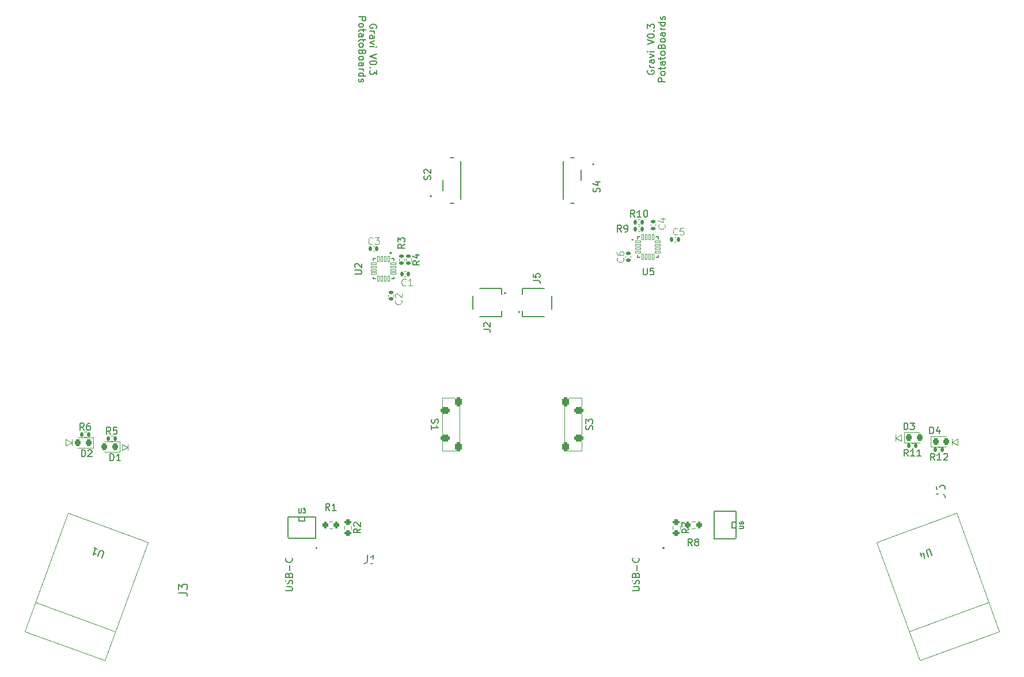
<source format=gto>
G04 #@! TF.GenerationSoftware,KiCad,Pcbnew,(6.0.4-0)*
G04 #@! TF.CreationDate,2022-11-13T14:27:22-06:00*
G04 #@! TF.ProjectId,main,6d61696e-2e6b-4696-9361-645f70636258,0.2*
G04 #@! TF.SameCoordinates,Original*
G04 #@! TF.FileFunction,Legend,Top*
G04 #@! TF.FilePolarity,Positive*
%FSLAX46Y46*%
G04 Gerber Fmt 4.6, Leading zero omitted, Abs format (unit mm)*
G04 Created by KiCad (PCBNEW (6.0.4-0)) date 2022-11-13 14:27:22*
%MOMM*%
%LPD*%
G01*
G04 APERTURE LIST*
G04 Aperture macros list*
%AMRoundRect*
0 Rectangle with rounded corners*
0 $1 Rounding radius*
0 $2 $3 $4 $5 $6 $7 $8 $9 X,Y pos of 4 corners*
0 Add a 4 corners polygon primitive as box body*
4,1,4,$2,$3,$4,$5,$6,$7,$8,$9,$2,$3,0*
0 Add four circle primitives for the rounded corners*
1,1,$1+$1,$2,$3*
1,1,$1+$1,$4,$5*
1,1,$1+$1,$6,$7*
1,1,$1+$1,$8,$9*
0 Add four rect primitives between the rounded corners*
20,1,$1+$1,$2,$3,$4,$5,0*
20,1,$1+$1,$4,$5,$6,$7,0*
20,1,$1+$1,$6,$7,$8,$9,0*
20,1,$1+$1,$8,$9,$2,$3,0*%
%AMRotRect*
0 Rectangle, with rotation*
0 The origin of the aperture is its center*
0 $1 length*
0 $2 width*
0 $3 Rotation angle, in degrees counterclockwise*
0 Add horizontal line*
21,1,$1,$2,0,0,$3*%
G04 Aperture macros list end*
%ADD10C,0.120000*%
%ADD11C,0.150000*%
%ADD12C,0.125000*%
%ADD13C,0.127000*%
%ADD14C,0.200000*%
%ADD15C,0.010000*%
%ADD16RoundRect,0.112500X0.278669X0.221147X-0.355624X-0.009716X-0.278669X-0.221147X0.355624X0.009716X0*%
%ADD17RoundRect,0.112500X-0.221147X0.278669X0.009716X-0.355624X0.221147X-0.278669X-0.009716X0.355624X0*%
%ADD18RotRect,1.000000X1.500000X200.000000*%
%ADD19RotRect,1.000000X1.500000X160.000000*%
%ADD20RoundRect,0.112500X0.355624X-0.009716X-0.278669X0.221147X-0.355624X0.009716X0.278669X-0.221147X0*%
%ADD21RoundRect,0.112500X0.009716X0.355624X-0.221147X-0.278669X-0.009716X-0.355624X0.221147X0.278669X0*%
%ADD22C,3.429000*%
%ADD23C,1.701800*%
%ADD24C,2.032000*%
%ADD25RoundRect,0.007800X-0.422200X-0.122200X0.422200X-0.122200X0.422200X0.122200X-0.422200X0.122200X0*%
%ADD26RoundRect,0.007800X0.122200X-0.422200X0.122200X0.422200X-0.122200X0.422200X-0.122200X-0.422200X0*%
%ADD27R,1.680000X1.680000*%
%ADD28C,1.200000*%
%ADD29C,0.900000*%
%ADD30R,1.500000X0.700000*%
%ADD31R,0.800000X1.000000*%
%ADD32R,0.600000X1.100000*%
%ADD33R,0.300000X1.100000*%
%ADD34RoundRect,0.218750X0.218750X0.256250X-0.218750X0.256250X-0.218750X-0.256250X0.218750X-0.256250X0*%
%ADD35RoundRect,0.140000X-0.170000X0.140000X-0.170000X-0.140000X0.170000X-0.140000X0.170000X0.140000X0*%
%ADD36R,0.800000X0.550000*%
%ADD37RoundRect,0.135000X-0.135000X-0.185000X0.135000X-0.185000X0.135000X0.185000X-0.135000X0.185000X0*%
%ADD38RoundRect,0.140000X0.140000X0.170000X-0.140000X0.170000X-0.140000X-0.170000X0.140000X-0.170000X0*%
%ADD39RoundRect,0.218750X-0.218750X-0.256250X0.218750X-0.256250X0.218750X0.256250X-0.218750X0.256250X0*%
%ADD40C,3.200000*%
%ADD41RoundRect,0.200000X0.200000X0.275000X-0.200000X0.275000X-0.200000X-0.275000X0.200000X-0.275000X0*%
%ADD42RoundRect,0.250000X-0.400000X0.250000X-0.400000X-0.250000X0.400000X-0.250000X0.400000X0.250000X0*%
%ADD43RoundRect,0.250000X-0.250000X0.400000X-0.250000X-0.400000X0.250000X-0.400000X0.250000X0.400000X0*%
%ADD44R,0.850000X0.600000*%
%ADD45R,0.800000X0.700000*%
%ADD46RoundRect,0.140000X0.170000X-0.140000X0.170000X0.140000X-0.170000X0.140000X-0.170000X-0.140000X0*%
%ADD47RoundRect,0.200000X-0.200000X-0.275000X0.200000X-0.275000X0.200000X0.275000X-0.200000X0.275000X0*%
%ADD48RoundRect,0.135000X0.135000X0.185000X-0.135000X0.185000X-0.135000X-0.185000X0.135000X-0.185000X0*%
%ADD49RoundRect,0.007800X-0.122200X0.422200X-0.122200X-0.422200X0.122200X-0.422200X0.122200X0.422200X0*%
%ADD50RoundRect,0.250000X0.400000X-0.250000X0.400000X0.250000X-0.400000X0.250000X-0.400000X-0.250000X0*%
%ADD51RoundRect,0.250000X0.250000X-0.400000X0.250000X0.400000X-0.250000X0.400000X-0.250000X-0.400000X0*%
%ADD52RoundRect,0.200000X0.275000X-0.200000X0.275000X0.200000X-0.275000X0.200000X-0.275000X-0.200000X0*%
%ADD53RoundRect,0.135000X0.185000X-0.135000X0.185000X0.135000X-0.185000X0.135000X-0.185000X-0.135000X0*%
%ADD54R,0.550000X0.800000*%
%ADD55C,6.400000*%
%ADD56C,0.800000*%
G04 APERTURE END LIST*
D10*
X226000000Y-123550000D02*
X226900000Y-124000000D01*
X226900000Y-124000000D02*
X226900000Y-123100000D01*
X226900000Y-123100000D02*
X226000000Y-123550000D01*
X226000000Y-124000000D02*
X226000000Y-123100000D01*
X234300000Y-124150000D02*
X235200000Y-124600000D01*
X235200000Y-124600000D02*
X235200000Y-123700000D01*
X235200000Y-123700000D02*
X234300000Y-124150000D01*
X234300000Y-124600000D02*
X234300000Y-123700000D01*
X113200000Y-124950000D02*
X112300000Y-124500000D01*
X112300000Y-124500000D02*
X112300000Y-125400000D01*
X112300000Y-125400000D02*
X113200000Y-124950000D01*
X113200000Y-124500000D02*
X113200000Y-125400000D01*
X104950000Y-123775000D02*
X104950000Y-124675000D01*
X104950000Y-124225000D02*
X104050000Y-123775000D01*
X104050000Y-124675000D02*
X104950000Y-124225000D01*
X104050000Y-123775000D02*
X104050000Y-124675000D01*
D11*
X189595000Y-69519047D02*
X189547380Y-69614285D01*
X189547380Y-69757142D01*
X189595000Y-69900000D01*
X189690238Y-69995238D01*
X189785476Y-70042857D01*
X189975952Y-70090476D01*
X190118809Y-70090476D01*
X190309285Y-70042857D01*
X190404523Y-69995238D01*
X190499761Y-69900000D01*
X190547380Y-69757142D01*
X190547380Y-69661904D01*
X190499761Y-69519047D01*
X190452142Y-69471428D01*
X190118809Y-69471428D01*
X190118809Y-69661904D01*
X190547380Y-69042857D02*
X189880714Y-69042857D01*
X190071190Y-69042857D02*
X189975952Y-68995238D01*
X189928333Y-68947619D01*
X189880714Y-68852380D01*
X189880714Y-68757142D01*
X190547380Y-67995238D02*
X190023571Y-67995238D01*
X189928333Y-68042857D01*
X189880714Y-68138095D01*
X189880714Y-68328571D01*
X189928333Y-68423809D01*
X190499761Y-67995238D02*
X190547380Y-68090476D01*
X190547380Y-68328571D01*
X190499761Y-68423809D01*
X190404523Y-68471428D01*
X190309285Y-68471428D01*
X190214047Y-68423809D01*
X190166428Y-68328571D01*
X190166428Y-68090476D01*
X190118809Y-67995238D01*
X189880714Y-67614285D02*
X190547380Y-67376190D01*
X189880714Y-67138095D01*
X190547380Y-66757142D02*
X189880714Y-66757142D01*
X189547380Y-66757142D02*
X189595000Y-66804761D01*
X189642619Y-66757142D01*
X189595000Y-66709523D01*
X189547380Y-66757142D01*
X189642619Y-66757142D01*
X189547380Y-65661904D02*
X190547380Y-65328571D01*
X189547380Y-64995238D01*
X189547380Y-64471428D02*
X189547380Y-64376190D01*
X189595000Y-64280952D01*
X189642619Y-64233333D01*
X189737857Y-64185714D01*
X189928333Y-64138095D01*
X190166428Y-64138095D01*
X190356904Y-64185714D01*
X190452142Y-64233333D01*
X190499761Y-64280952D01*
X190547380Y-64376190D01*
X190547380Y-64471428D01*
X190499761Y-64566666D01*
X190452142Y-64614285D01*
X190356904Y-64661904D01*
X190166428Y-64709523D01*
X189928333Y-64709523D01*
X189737857Y-64661904D01*
X189642619Y-64614285D01*
X189595000Y-64566666D01*
X189547380Y-64471428D01*
X190452142Y-63709523D02*
X190499761Y-63661904D01*
X190547380Y-63709523D01*
X190499761Y-63757142D01*
X190452142Y-63709523D01*
X190547380Y-63709523D01*
X189547380Y-63328571D02*
X189547380Y-62709523D01*
X189928333Y-63042857D01*
X189928333Y-62900000D01*
X189975952Y-62804761D01*
X190023571Y-62757142D01*
X190118809Y-62709523D01*
X190356904Y-62709523D01*
X190452142Y-62757142D01*
X190499761Y-62804761D01*
X190547380Y-62900000D01*
X190547380Y-63185714D01*
X190499761Y-63280952D01*
X190452142Y-63328571D01*
X192157380Y-71161904D02*
X191157380Y-71161904D01*
X191157380Y-70780952D01*
X191205000Y-70685714D01*
X191252619Y-70638095D01*
X191347857Y-70590476D01*
X191490714Y-70590476D01*
X191585952Y-70638095D01*
X191633571Y-70685714D01*
X191681190Y-70780952D01*
X191681190Y-71161904D01*
X192157380Y-70019047D02*
X192109761Y-70114285D01*
X192062142Y-70161904D01*
X191966904Y-70209523D01*
X191681190Y-70209523D01*
X191585952Y-70161904D01*
X191538333Y-70114285D01*
X191490714Y-70019047D01*
X191490714Y-69876190D01*
X191538333Y-69780952D01*
X191585952Y-69733333D01*
X191681190Y-69685714D01*
X191966904Y-69685714D01*
X192062142Y-69733333D01*
X192109761Y-69780952D01*
X192157380Y-69876190D01*
X192157380Y-70019047D01*
X191490714Y-69400000D02*
X191490714Y-69019047D01*
X191157380Y-69257142D02*
X192014523Y-69257142D01*
X192109761Y-69209523D01*
X192157380Y-69114285D01*
X192157380Y-69019047D01*
X192157380Y-68257142D02*
X191633571Y-68257142D01*
X191538333Y-68304761D01*
X191490714Y-68400000D01*
X191490714Y-68590476D01*
X191538333Y-68685714D01*
X192109761Y-68257142D02*
X192157380Y-68352380D01*
X192157380Y-68590476D01*
X192109761Y-68685714D01*
X192014523Y-68733333D01*
X191919285Y-68733333D01*
X191824047Y-68685714D01*
X191776428Y-68590476D01*
X191776428Y-68352380D01*
X191728809Y-68257142D01*
X191490714Y-67923809D02*
X191490714Y-67542857D01*
X191157380Y-67780952D02*
X192014523Y-67780952D01*
X192109761Y-67733333D01*
X192157380Y-67638095D01*
X192157380Y-67542857D01*
X192157380Y-67066666D02*
X192109761Y-67161904D01*
X192062142Y-67209523D01*
X191966904Y-67257142D01*
X191681190Y-67257142D01*
X191585952Y-67209523D01*
X191538333Y-67161904D01*
X191490714Y-67066666D01*
X191490714Y-66923809D01*
X191538333Y-66828571D01*
X191585952Y-66780952D01*
X191681190Y-66733333D01*
X191966904Y-66733333D01*
X192062142Y-66780952D01*
X192109761Y-66828571D01*
X192157380Y-66923809D01*
X192157380Y-67066666D01*
X191633571Y-65971428D02*
X191681190Y-65828571D01*
X191728809Y-65780952D01*
X191824047Y-65733333D01*
X191966904Y-65733333D01*
X192062142Y-65780952D01*
X192109761Y-65828571D01*
X192157380Y-65923809D01*
X192157380Y-66304761D01*
X191157380Y-66304761D01*
X191157380Y-65971428D01*
X191205000Y-65876190D01*
X191252619Y-65828571D01*
X191347857Y-65780952D01*
X191443095Y-65780952D01*
X191538333Y-65828571D01*
X191585952Y-65876190D01*
X191633571Y-65971428D01*
X191633571Y-66304761D01*
X192157380Y-65161904D02*
X192109761Y-65257142D01*
X192062142Y-65304761D01*
X191966904Y-65352380D01*
X191681190Y-65352380D01*
X191585952Y-65304761D01*
X191538333Y-65257142D01*
X191490714Y-65161904D01*
X191490714Y-65019047D01*
X191538333Y-64923809D01*
X191585952Y-64876190D01*
X191681190Y-64828571D01*
X191966904Y-64828571D01*
X192062142Y-64876190D01*
X192109761Y-64923809D01*
X192157380Y-65019047D01*
X192157380Y-65161904D01*
X192157380Y-63971428D02*
X191633571Y-63971428D01*
X191538333Y-64019047D01*
X191490714Y-64114285D01*
X191490714Y-64304761D01*
X191538333Y-64400000D01*
X192109761Y-63971428D02*
X192157380Y-64066666D01*
X192157380Y-64304761D01*
X192109761Y-64400000D01*
X192014523Y-64447619D01*
X191919285Y-64447619D01*
X191824047Y-64400000D01*
X191776428Y-64304761D01*
X191776428Y-64066666D01*
X191728809Y-63971428D01*
X192157380Y-63495238D02*
X191490714Y-63495238D01*
X191681190Y-63495238D02*
X191585952Y-63447619D01*
X191538333Y-63400000D01*
X191490714Y-63304761D01*
X191490714Y-63209523D01*
X192157380Y-62447619D02*
X191157380Y-62447619D01*
X192109761Y-62447619D02*
X192157380Y-62542857D01*
X192157380Y-62733333D01*
X192109761Y-62828571D01*
X192062142Y-62876190D01*
X191966904Y-62923809D01*
X191681190Y-62923809D01*
X191585952Y-62876190D01*
X191538333Y-62828571D01*
X191490714Y-62733333D01*
X191490714Y-62542857D01*
X191538333Y-62447619D01*
X192109761Y-62019047D02*
X192157380Y-61923809D01*
X192157380Y-61733333D01*
X192109761Y-61638095D01*
X192014523Y-61590476D01*
X191966904Y-61590476D01*
X191871666Y-61638095D01*
X191824047Y-61733333D01*
X191824047Y-61876190D01*
X191776428Y-61971428D01*
X191681190Y-62019047D01*
X191633571Y-62019047D01*
X191538333Y-61971428D01*
X191490714Y-61876190D01*
X191490714Y-61733333D01*
X191538333Y-61638095D01*
X149705000Y-63280952D02*
X149752619Y-63185714D01*
X149752619Y-63042857D01*
X149705000Y-62900000D01*
X149609761Y-62804761D01*
X149514523Y-62757142D01*
X149324047Y-62709523D01*
X149181190Y-62709523D01*
X148990714Y-62757142D01*
X148895476Y-62804761D01*
X148800238Y-62900000D01*
X148752619Y-63042857D01*
X148752619Y-63138095D01*
X148800238Y-63280952D01*
X148847857Y-63328571D01*
X149181190Y-63328571D01*
X149181190Y-63138095D01*
X148752619Y-63757142D02*
X149419285Y-63757142D01*
X149228809Y-63757142D02*
X149324047Y-63804761D01*
X149371666Y-63852380D01*
X149419285Y-63947619D01*
X149419285Y-64042857D01*
X148752619Y-64804761D02*
X149276428Y-64804761D01*
X149371666Y-64757142D01*
X149419285Y-64661904D01*
X149419285Y-64471428D01*
X149371666Y-64376190D01*
X148800238Y-64804761D02*
X148752619Y-64709523D01*
X148752619Y-64471428D01*
X148800238Y-64376190D01*
X148895476Y-64328571D01*
X148990714Y-64328571D01*
X149085952Y-64376190D01*
X149133571Y-64471428D01*
X149133571Y-64709523D01*
X149181190Y-64804761D01*
X149419285Y-65185714D02*
X148752619Y-65423809D01*
X149419285Y-65661904D01*
X148752619Y-66042857D02*
X149419285Y-66042857D01*
X149752619Y-66042857D02*
X149705000Y-65995238D01*
X149657380Y-66042857D01*
X149705000Y-66090476D01*
X149752619Y-66042857D01*
X149657380Y-66042857D01*
X149752619Y-67138095D02*
X148752619Y-67471428D01*
X149752619Y-67804761D01*
X149752619Y-68328571D02*
X149752619Y-68423809D01*
X149705000Y-68519047D01*
X149657380Y-68566666D01*
X149562142Y-68614285D01*
X149371666Y-68661904D01*
X149133571Y-68661904D01*
X148943095Y-68614285D01*
X148847857Y-68566666D01*
X148800238Y-68519047D01*
X148752619Y-68423809D01*
X148752619Y-68328571D01*
X148800238Y-68233333D01*
X148847857Y-68185714D01*
X148943095Y-68138095D01*
X149133571Y-68090476D01*
X149371666Y-68090476D01*
X149562142Y-68138095D01*
X149657380Y-68185714D01*
X149705000Y-68233333D01*
X149752619Y-68328571D01*
X148847857Y-69090476D02*
X148800238Y-69138095D01*
X148752619Y-69090476D01*
X148800238Y-69042857D01*
X148847857Y-69090476D01*
X148752619Y-69090476D01*
X149752619Y-69471428D02*
X149752619Y-70090476D01*
X149371666Y-69757142D01*
X149371666Y-69900000D01*
X149324047Y-69995238D01*
X149276428Y-70042857D01*
X149181190Y-70090476D01*
X148943095Y-70090476D01*
X148847857Y-70042857D01*
X148800238Y-69995238D01*
X148752619Y-69900000D01*
X148752619Y-69614285D01*
X148800238Y-69519047D01*
X148847857Y-69471428D01*
X147142619Y-61638095D02*
X148142619Y-61638095D01*
X148142619Y-62019047D01*
X148095000Y-62114285D01*
X148047380Y-62161904D01*
X147952142Y-62209523D01*
X147809285Y-62209523D01*
X147714047Y-62161904D01*
X147666428Y-62114285D01*
X147618809Y-62019047D01*
X147618809Y-61638095D01*
X147142619Y-62780952D02*
X147190238Y-62685714D01*
X147237857Y-62638095D01*
X147333095Y-62590476D01*
X147618809Y-62590476D01*
X147714047Y-62638095D01*
X147761666Y-62685714D01*
X147809285Y-62780952D01*
X147809285Y-62923809D01*
X147761666Y-63019047D01*
X147714047Y-63066666D01*
X147618809Y-63114285D01*
X147333095Y-63114285D01*
X147237857Y-63066666D01*
X147190238Y-63019047D01*
X147142619Y-62923809D01*
X147142619Y-62780952D01*
X147809285Y-63400000D02*
X147809285Y-63780952D01*
X148142619Y-63542857D02*
X147285476Y-63542857D01*
X147190238Y-63590476D01*
X147142619Y-63685714D01*
X147142619Y-63780952D01*
X147142619Y-64542857D02*
X147666428Y-64542857D01*
X147761666Y-64495238D01*
X147809285Y-64400000D01*
X147809285Y-64209523D01*
X147761666Y-64114285D01*
X147190238Y-64542857D02*
X147142619Y-64447619D01*
X147142619Y-64209523D01*
X147190238Y-64114285D01*
X147285476Y-64066666D01*
X147380714Y-64066666D01*
X147475952Y-64114285D01*
X147523571Y-64209523D01*
X147523571Y-64447619D01*
X147571190Y-64542857D01*
X147809285Y-64876190D02*
X147809285Y-65257142D01*
X148142619Y-65019047D02*
X147285476Y-65019047D01*
X147190238Y-65066666D01*
X147142619Y-65161904D01*
X147142619Y-65257142D01*
X147142619Y-65733333D02*
X147190238Y-65638095D01*
X147237857Y-65590476D01*
X147333095Y-65542857D01*
X147618809Y-65542857D01*
X147714047Y-65590476D01*
X147761666Y-65638095D01*
X147809285Y-65733333D01*
X147809285Y-65876190D01*
X147761666Y-65971428D01*
X147714047Y-66019047D01*
X147618809Y-66066666D01*
X147333095Y-66066666D01*
X147237857Y-66019047D01*
X147190238Y-65971428D01*
X147142619Y-65876190D01*
X147142619Y-65733333D01*
X147666428Y-66828571D02*
X147618809Y-66971428D01*
X147571190Y-67019047D01*
X147475952Y-67066666D01*
X147333095Y-67066666D01*
X147237857Y-67019047D01*
X147190238Y-66971428D01*
X147142619Y-66876190D01*
X147142619Y-66495238D01*
X148142619Y-66495238D01*
X148142619Y-66828571D01*
X148095000Y-66923809D01*
X148047380Y-66971428D01*
X147952142Y-67019047D01*
X147856904Y-67019047D01*
X147761666Y-66971428D01*
X147714047Y-66923809D01*
X147666428Y-66828571D01*
X147666428Y-66495238D01*
X147142619Y-67638095D02*
X147190238Y-67542857D01*
X147237857Y-67495238D01*
X147333095Y-67447619D01*
X147618809Y-67447619D01*
X147714047Y-67495238D01*
X147761666Y-67542857D01*
X147809285Y-67638095D01*
X147809285Y-67780952D01*
X147761666Y-67876190D01*
X147714047Y-67923809D01*
X147618809Y-67971428D01*
X147333095Y-67971428D01*
X147237857Y-67923809D01*
X147190238Y-67876190D01*
X147142619Y-67780952D01*
X147142619Y-67638095D01*
X147142619Y-68828571D02*
X147666428Y-68828571D01*
X147761666Y-68780952D01*
X147809285Y-68685714D01*
X147809285Y-68495238D01*
X147761666Y-68400000D01*
X147190238Y-68828571D02*
X147142619Y-68733333D01*
X147142619Y-68495238D01*
X147190238Y-68400000D01*
X147285476Y-68352380D01*
X147380714Y-68352380D01*
X147475952Y-68400000D01*
X147523571Y-68495238D01*
X147523571Y-68733333D01*
X147571190Y-68828571D01*
X147142619Y-69304761D02*
X147809285Y-69304761D01*
X147618809Y-69304761D02*
X147714047Y-69352380D01*
X147761666Y-69400000D01*
X147809285Y-69495238D01*
X147809285Y-69590476D01*
X147142619Y-70352380D02*
X148142619Y-70352380D01*
X147190238Y-70352380D02*
X147142619Y-70257142D01*
X147142619Y-70066666D01*
X147190238Y-69971428D01*
X147237857Y-69923809D01*
X147333095Y-69876190D01*
X147618809Y-69876190D01*
X147714047Y-69923809D01*
X147761666Y-69971428D01*
X147809285Y-70066666D01*
X147809285Y-70257142D01*
X147761666Y-70352380D01*
X147190238Y-70780952D02*
X147142619Y-70876190D01*
X147142619Y-71066666D01*
X147190238Y-71161904D01*
X147285476Y-71209523D01*
X147333095Y-71209523D01*
X147428333Y-71161904D01*
X147475952Y-71066666D01*
X147475952Y-70923809D01*
X147523571Y-70828571D01*
X147618809Y-70780952D01*
X147666428Y-70780952D01*
X147761666Y-70828571D01*
X147809285Y-70923809D01*
X147809285Y-71066666D01*
X147761666Y-71161904D01*
X231387248Y-140830104D02*
X231110374Y-140069401D01*
X231033053Y-139996193D01*
X230972020Y-139967732D01*
X230866238Y-139955558D01*
X230687249Y-140020705D01*
X230614041Y-140098026D01*
X230585581Y-140159060D01*
X230573407Y-140264841D01*
X230850280Y-141025544D01*
X229886076Y-141021760D02*
X229658062Y-140395299D01*
X230240105Y-141298305D02*
X230219541Y-140545663D01*
X229637827Y-140757389D01*
X109328659Y-141175180D02*
X109605532Y-140414476D01*
X109593359Y-140308695D01*
X109564898Y-140247661D01*
X109491690Y-140170341D01*
X109312701Y-140105194D01*
X109206920Y-140117368D01*
X109145886Y-140145828D01*
X109068565Y-140219036D01*
X108791692Y-140979740D01*
X108194019Y-139698027D02*
X108730987Y-139893467D01*
X108462503Y-139795747D02*
X108120483Y-140735440D01*
X108258837Y-140633771D01*
X108380905Y-140576850D01*
X108486686Y-140564676D01*
X188936497Y-98579880D02*
X188936497Y-99389404D01*
X188984116Y-99484642D01*
X189031735Y-99532261D01*
X189126973Y-99579880D01*
X189317449Y-99579880D01*
X189412687Y-99532261D01*
X189460306Y-99484642D01*
X189507925Y-99389404D01*
X189507925Y-98579880D01*
X190460306Y-98579880D02*
X189984116Y-98579880D01*
X189936497Y-99056071D01*
X189984116Y-99008452D01*
X190079354Y-98960833D01*
X190317449Y-98960833D01*
X190412687Y-99008452D01*
X190460306Y-99056071D01*
X190507925Y-99151309D01*
X190507925Y-99389404D01*
X190460306Y-99484642D01*
X190412687Y-99532261D01*
X190317449Y-99579880D01*
X190079354Y-99579880D01*
X189984116Y-99532261D01*
X189936497Y-99484642D01*
X232017023Y-131810833D02*
X232924166Y-131810833D01*
X233105595Y-131871309D01*
X233226547Y-131992261D01*
X233287023Y-132173690D01*
X233287023Y-132294642D01*
X232017023Y-130661785D02*
X232017023Y-130903690D01*
X232077500Y-131024642D01*
X232137976Y-131085119D01*
X232319404Y-131206071D01*
X232561309Y-131266547D01*
X233045119Y-131266547D01*
X233166071Y-131206071D01*
X233226547Y-131145595D01*
X233287023Y-131024642D01*
X233287023Y-130782738D01*
X233226547Y-130661785D01*
X233166071Y-130601309D01*
X233045119Y-130540833D01*
X232742738Y-130540833D01*
X232621785Y-130601309D01*
X232561309Y-130661785D01*
X232500833Y-130782738D01*
X232500833Y-131024642D01*
X232561309Y-131145595D01*
X232621785Y-131206071D01*
X232742738Y-131266547D01*
X182517261Y-87374404D02*
X182564880Y-87231547D01*
X182564880Y-86993452D01*
X182517261Y-86898214D01*
X182469642Y-86850595D01*
X182374404Y-86802976D01*
X182279166Y-86802976D01*
X182183928Y-86850595D01*
X182136309Y-86898214D01*
X182088690Y-86993452D01*
X182041071Y-87183928D01*
X181993452Y-87279166D01*
X181945833Y-87326785D01*
X181850595Y-87374404D01*
X181755357Y-87374404D01*
X181660119Y-87326785D01*
X181612500Y-87279166D01*
X181564880Y-87183928D01*
X181564880Y-86945833D01*
X181612500Y-86802976D01*
X181898214Y-85945833D02*
X182564880Y-85945833D01*
X181517261Y-86183928D02*
X182231547Y-86422023D01*
X182231547Y-85802976D01*
X187364880Y-146043452D02*
X188174404Y-146043452D01*
X188269642Y-145995833D01*
X188317261Y-145948214D01*
X188364880Y-145852976D01*
X188364880Y-145662500D01*
X188317261Y-145567261D01*
X188269642Y-145519642D01*
X188174404Y-145472023D01*
X187364880Y-145472023D01*
X188317261Y-145043452D02*
X188364880Y-144900595D01*
X188364880Y-144662500D01*
X188317261Y-144567261D01*
X188269642Y-144519642D01*
X188174404Y-144472023D01*
X188079166Y-144472023D01*
X187983928Y-144519642D01*
X187936309Y-144567261D01*
X187888690Y-144662500D01*
X187841071Y-144852976D01*
X187793452Y-144948214D01*
X187745833Y-144995833D01*
X187650595Y-145043452D01*
X187555357Y-145043452D01*
X187460119Y-144995833D01*
X187412500Y-144948214D01*
X187364880Y-144852976D01*
X187364880Y-144614880D01*
X187412500Y-144472023D01*
X187841071Y-143710119D02*
X187888690Y-143567261D01*
X187936309Y-143519642D01*
X188031547Y-143472023D01*
X188174404Y-143472023D01*
X188269642Y-143519642D01*
X188317261Y-143567261D01*
X188364880Y-143662500D01*
X188364880Y-144043452D01*
X187364880Y-144043452D01*
X187364880Y-143710119D01*
X187412500Y-143614880D01*
X187460119Y-143567261D01*
X187555357Y-143519642D01*
X187650595Y-143519642D01*
X187745833Y-143567261D01*
X187793452Y-143614880D01*
X187841071Y-143710119D01*
X187841071Y-144043452D01*
X187983928Y-143043452D02*
X187983928Y-142281547D01*
X188269642Y-141233928D02*
X188317261Y-141281547D01*
X188364880Y-141424404D01*
X188364880Y-141519642D01*
X188317261Y-141662500D01*
X188222023Y-141757738D01*
X188126785Y-141805357D01*
X187936309Y-141852976D01*
X187793452Y-141852976D01*
X187602976Y-141805357D01*
X187507738Y-141757738D01*
X187412500Y-141662500D01*
X187364880Y-141519642D01*
X187364880Y-141424404D01*
X187412500Y-141281547D01*
X187460119Y-141233928D01*
X106361904Y-126314880D02*
X106361904Y-125314880D01*
X106600000Y-125314880D01*
X106742857Y-125362500D01*
X106838095Y-125457738D01*
X106885714Y-125552976D01*
X106933333Y-125743452D01*
X106933333Y-125886309D01*
X106885714Y-126076785D01*
X106838095Y-126172023D01*
X106742857Y-126267261D01*
X106600000Y-126314880D01*
X106361904Y-126314880D01*
X107314285Y-125410119D02*
X107361904Y-125362500D01*
X107457142Y-125314880D01*
X107695238Y-125314880D01*
X107790476Y-125362500D01*
X107838095Y-125410119D01*
X107885714Y-125505357D01*
X107885714Y-125600595D01*
X107838095Y-125743452D01*
X107266666Y-126314880D01*
X107885714Y-126314880D01*
D12*
X185968044Y-97079166D02*
X186015663Y-97126785D01*
X186063282Y-97269642D01*
X186063282Y-97364880D01*
X186015663Y-97507738D01*
X185920425Y-97602976D01*
X185825187Y-97650595D01*
X185634711Y-97698214D01*
X185491854Y-97698214D01*
X185301378Y-97650595D01*
X185206140Y-97602976D01*
X185110902Y-97507738D01*
X185063282Y-97364880D01*
X185063282Y-97269642D01*
X185110902Y-97126785D01*
X185158521Y-97079166D01*
X185063282Y-96222023D02*
X185063282Y-96412500D01*
X185110902Y-96507738D01*
X185158521Y-96555357D01*
X185301378Y-96650595D01*
X185491854Y-96698214D01*
X185872806Y-96698214D01*
X185968044Y-96650595D01*
X186015663Y-96602976D01*
X186063282Y-96507738D01*
X186063282Y-96317261D01*
X186015663Y-96222023D01*
X185968044Y-96174404D01*
X185872806Y-96126785D01*
X185634711Y-96126785D01*
X185539473Y-96174404D01*
X185491854Y-96222023D01*
X185444235Y-96317261D01*
X185444235Y-96507738D01*
X185491854Y-96602976D01*
X185539473Y-96650595D01*
X185634711Y-96698214D01*
D11*
X148359166Y-140767022D02*
X148359166Y-141674165D01*
X148298690Y-141855594D01*
X148177738Y-141976546D01*
X147996309Y-142037022D01*
X147875357Y-142037022D01*
X149629166Y-142037022D02*
X148903452Y-142037022D01*
X149266309Y-142037022D02*
X149266309Y-140767022D01*
X149145357Y-140948451D01*
X149024404Y-141069403D01*
X148903452Y-141129879D01*
X138289465Y-133956706D02*
X138289465Y-134474924D01*
X138319948Y-134535891D01*
X138350432Y-134566375D01*
X138411398Y-134596858D01*
X138533332Y-134596858D01*
X138594299Y-134566375D01*
X138624782Y-134535891D01*
X138655266Y-134474924D01*
X138655266Y-133956706D01*
X138899133Y-133956706D02*
X139295418Y-133956706D01*
X139082034Y-134200574D01*
X139173484Y-134200574D01*
X139234451Y-134231057D01*
X139264934Y-134261540D01*
X139295418Y-134322507D01*
X139295418Y-134474924D01*
X139264934Y-134535891D01*
X139234451Y-134566375D01*
X139173484Y-134596858D01*
X138990584Y-134596858D01*
X138929617Y-134566375D01*
X138899133Y-134535891D01*
X227869642Y-126244880D02*
X227536309Y-125768690D01*
X227298214Y-126244880D02*
X227298214Y-125244880D01*
X227679166Y-125244880D01*
X227774404Y-125292500D01*
X227822023Y-125340119D01*
X227869642Y-125435357D01*
X227869642Y-125578214D01*
X227822023Y-125673452D01*
X227774404Y-125721071D01*
X227679166Y-125768690D01*
X227298214Y-125768690D01*
X228822023Y-126244880D02*
X228250595Y-126244880D01*
X228536309Y-126244880D02*
X228536309Y-125244880D01*
X228441071Y-125387738D01*
X228345833Y-125482976D01*
X228250595Y-125530595D01*
X229774404Y-126244880D02*
X229202976Y-126244880D01*
X229488690Y-126244880D02*
X229488690Y-125244880D01*
X229393452Y-125387738D01*
X229298214Y-125482976D01*
X229202976Y-125530595D01*
D12*
X154030833Y-101069642D02*
X153983214Y-101117261D01*
X153840357Y-101164880D01*
X153745119Y-101164880D01*
X153602261Y-101117261D01*
X153507023Y-101022023D01*
X153459404Y-100926785D01*
X153411785Y-100736309D01*
X153411785Y-100593452D01*
X153459404Y-100402976D01*
X153507023Y-100307738D01*
X153602261Y-100212500D01*
X153745119Y-100164880D01*
X153840357Y-100164880D01*
X153983214Y-100212500D01*
X154030833Y-100260119D01*
X154983214Y-101164880D02*
X154411785Y-101164880D01*
X154697500Y-101164880D02*
X154697500Y-100164880D01*
X154602261Y-100307738D01*
X154507023Y-100402976D01*
X154411785Y-100450595D01*
D11*
X136364880Y-146043452D02*
X137174404Y-146043452D01*
X137269642Y-145995833D01*
X137317261Y-145948214D01*
X137364880Y-145852976D01*
X137364880Y-145662500D01*
X137317261Y-145567261D01*
X137269642Y-145519642D01*
X137174404Y-145472023D01*
X136364880Y-145472023D01*
X137317261Y-145043452D02*
X137364880Y-144900595D01*
X137364880Y-144662500D01*
X137317261Y-144567261D01*
X137269642Y-144519642D01*
X137174404Y-144472023D01*
X137079166Y-144472023D01*
X136983928Y-144519642D01*
X136936309Y-144567261D01*
X136888690Y-144662500D01*
X136841071Y-144852976D01*
X136793452Y-144948214D01*
X136745833Y-144995833D01*
X136650595Y-145043452D01*
X136555357Y-145043452D01*
X136460119Y-144995833D01*
X136412500Y-144948214D01*
X136364880Y-144852976D01*
X136364880Y-144614880D01*
X136412500Y-144472023D01*
X136841071Y-143710119D02*
X136888690Y-143567261D01*
X136936309Y-143519642D01*
X137031547Y-143472023D01*
X137174404Y-143472023D01*
X137269642Y-143519642D01*
X137317261Y-143567261D01*
X137364880Y-143662500D01*
X137364880Y-144043452D01*
X136364880Y-144043452D01*
X136364880Y-143710119D01*
X136412500Y-143614880D01*
X136460119Y-143567261D01*
X136555357Y-143519642D01*
X136650595Y-143519642D01*
X136745833Y-143567261D01*
X136793452Y-143614880D01*
X136841071Y-143710119D01*
X136841071Y-144043452D01*
X136983928Y-143043452D02*
X136983928Y-142281547D01*
X137269642Y-141233928D02*
X137317261Y-141281547D01*
X137364880Y-141424404D01*
X137364880Y-141519642D01*
X137317261Y-141662500D01*
X137222023Y-141757738D01*
X137126785Y-141805357D01*
X136936309Y-141852976D01*
X136793452Y-141852976D01*
X136602976Y-141805357D01*
X136507738Y-141757738D01*
X136412500Y-141662500D01*
X136364880Y-141519642D01*
X136364880Y-141424404D01*
X136412500Y-141281547D01*
X136460119Y-141233928D01*
X231074404Y-122944880D02*
X231074404Y-121944880D01*
X231312500Y-121944880D01*
X231455357Y-121992500D01*
X231550595Y-122087738D01*
X231598214Y-122182976D01*
X231645833Y-122373452D01*
X231645833Y-122516309D01*
X231598214Y-122706785D01*
X231550595Y-122802023D01*
X231455357Y-122897261D01*
X231312500Y-122944880D01*
X231074404Y-122944880D01*
X232502976Y-122278214D02*
X232502976Y-122944880D01*
X232264880Y-121897261D02*
X232026785Y-122611547D01*
X232645833Y-122611547D01*
X196145833Y-139414880D02*
X195812500Y-138938690D01*
X195574404Y-139414880D02*
X195574404Y-138414880D01*
X195955357Y-138414880D01*
X196050595Y-138462500D01*
X196098214Y-138510119D01*
X196145833Y-138605357D01*
X196145833Y-138748214D01*
X196098214Y-138843452D01*
X196050595Y-138891071D01*
X195955357Y-138938690D01*
X195574404Y-138938690D01*
X196717261Y-138843452D02*
X196622023Y-138795833D01*
X196574404Y-138748214D01*
X196526785Y-138652976D01*
X196526785Y-138605357D01*
X196574404Y-138510119D01*
X196622023Y-138462500D01*
X196717261Y-138414880D01*
X196907738Y-138414880D01*
X197002976Y-138462500D01*
X197050595Y-138510119D01*
X197098214Y-138605357D01*
X197098214Y-138652976D01*
X197050595Y-138748214D01*
X197002976Y-138795833D01*
X196907738Y-138843452D01*
X196717261Y-138843452D01*
X196622023Y-138891071D01*
X196574404Y-138938690D01*
X196526785Y-139033928D01*
X196526785Y-139224404D01*
X196574404Y-139319642D01*
X196622023Y-139367261D01*
X196717261Y-139414880D01*
X196907738Y-139414880D01*
X197002976Y-139367261D01*
X197050595Y-139319642D01*
X197098214Y-139224404D01*
X197098214Y-139033928D01*
X197050595Y-138938690D01*
X197002976Y-138891071D01*
X196907738Y-138843452D01*
X181467261Y-122334404D02*
X181514880Y-122191547D01*
X181514880Y-121953452D01*
X181467261Y-121858214D01*
X181419642Y-121810595D01*
X181324404Y-121762976D01*
X181229166Y-121762976D01*
X181133928Y-121810595D01*
X181086309Y-121858214D01*
X181038690Y-121953452D01*
X180991071Y-122143928D01*
X180943452Y-122239166D01*
X180895833Y-122286785D01*
X180800595Y-122334404D01*
X180705357Y-122334404D01*
X180610119Y-122286785D01*
X180562500Y-122239166D01*
X180514880Y-122143928D01*
X180514880Y-121905833D01*
X180562500Y-121762976D01*
X180514880Y-121429642D02*
X180514880Y-120810595D01*
X180895833Y-121143928D01*
X180895833Y-121001071D01*
X180943452Y-120905833D01*
X180991071Y-120858214D01*
X181086309Y-120810595D01*
X181324404Y-120810595D01*
X181419642Y-120858214D01*
X181467261Y-120905833D01*
X181514880Y-121001071D01*
X181514880Y-121286785D01*
X181467261Y-121382023D01*
X181419642Y-121429642D01*
X172764880Y-100395833D02*
X173479166Y-100395833D01*
X173622023Y-100443452D01*
X173717261Y-100538690D01*
X173764880Y-100681547D01*
X173764880Y-100776785D01*
X172764880Y-99443452D02*
X172764880Y-99919642D01*
X173241071Y-99967261D01*
X173193452Y-99919642D01*
X173145833Y-99824404D01*
X173145833Y-99586309D01*
X173193452Y-99491071D01*
X173241071Y-99443452D01*
X173336309Y-99395833D01*
X173574404Y-99395833D01*
X173669642Y-99443452D01*
X173717261Y-99491071D01*
X173764880Y-99586309D01*
X173764880Y-99824404D01*
X173717261Y-99919642D01*
X173669642Y-99967261D01*
D12*
X153341079Y-103291432D02*
X153388698Y-103339051D01*
X153436317Y-103481908D01*
X153436317Y-103577146D01*
X153388698Y-103720004D01*
X153293460Y-103815242D01*
X153198222Y-103862861D01*
X153007746Y-103910480D01*
X152864889Y-103910480D01*
X152674413Y-103862861D01*
X152579175Y-103815242D01*
X152483937Y-103720004D01*
X152436317Y-103577146D01*
X152436317Y-103481908D01*
X152483937Y-103339051D01*
X152531556Y-103291432D01*
X152531556Y-102910480D02*
X152483937Y-102862861D01*
X152436317Y-102767623D01*
X152436317Y-102529527D01*
X152483937Y-102434289D01*
X152531556Y-102386670D01*
X152626794Y-102339051D01*
X152722032Y-102339051D01*
X152864889Y-102386670D01*
X153436317Y-102958099D01*
X153436317Y-102339051D01*
D11*
X142845833Y-134214880D02*
X142512500Y-133738690D01*
X142274404Y-134214880D02*
X142274404Y-133214880D01*
X142655357Y-133214880D01*
X142750595Y-133262500D01*
X142798214Y-133310119D01*
X142845833Y-133405357D01*
X142845833Y-133548214D01*
X142798214Y-133643452D01*
X142750595Y-133691071D01*
X142655357Y-133738690D01*
X142274404Y-133738690D01*
X143798214Y-134214880D02*
X143226785Y-134214880D01*
X143512500Y-134214880D02*
X143512500Y-133214880D01*
X143417261Y-133357738D01*
X143322023Y-133452976D01*
X143226785Y-133500595D01*
X120649710Y-146330599D02*
X121556853Y-146330599D01*
X121738282Y-146391075D01*
X121859234Y-146512027D01*
X121919710Y-146693456D01*
X121919710Y-146814408D01*
X120649710Y-145846789D02*
X120649710Y-145060599D01*
X121133520Y-145483932D01*
X121133520Y-145302504D01*
X121193996Y-145181551D01*
X121254472Y-145121075D01*
X121375425Y-145060599D01*
X121677806Y-145060599D01*
X121798758Y-145121075D01*
X121859234Y-145181551D01*
X121919710Y-145302504D01*
X121919710Y-145665361D01*
X121859234Y-145786313D01*
X121798758Y-145846789D01*
X157667261Y-85574404D02*
X157714880Y-85431547D01*
X157714880Y-85193452D01*
X157667261Y-85098214D01*
X157619642Y-85050595D01*
X157524404Y-85002976D01*
X157429166Y-85002976D01*
X157333928Y-85050595D01*
X157286309Y-85098214D01*
X157238690Y-85193452D01*
X157191071Y-85383928D01*
X157143452Y-85479166D01*
X157095833Y-85526785D01*
X157000595Y-85574404D01*
X156905357Y-85574404D01*
X156810119Y-85526785D01*
X156762500Y-85479166D01*
X156714880Y-85383928D01*
X156714880Y-85145833D01*
X156762500Y-85002976D01*
X156810119Y-84622023D02*
X156762500Y-84574404D01*
X156714880Y-84479166D01*
X156714880Y-84241071D01*
X156762500Y-84145833D01*
X156810119Y-84098214D01*
X156905357Y-84050595D01*
X157000595Y-84050595D01*
X157143452Y-84098214D01*
X157714880Y-84669642D01*
X157714880Y-84050595D01*
X231779642Y-126844880D02*
X231446309Y-126368690D01*
X231208214Y-126844880D02*
X231208214Y-125844880D01*
X231589166Y-125844880D01*
X231684404Y-125892500D01*
X231732023Y-125940119D01*
X231779642Y-126035357D01*
X231779642Y-126178214D01*
X231732023Y-126273452D01*
X231684404Y-126321071D01*
X231589166Y-126368690D01*
X231208214Y-126368690D01*
X232732023Y-126844880D02*
X232160595Y-126844880D01*
X232446309Y-126844880D02*
X232446309Y-125844880D01*
X232351071Y-125987738D01*
X232255833Y-126082976D01*
X232160595Y-126130595D01*
X233112976Y-125940119D02*
X233160595Y-125892500D01*
X233255833Y-125844880D01*
X233493928Y-125844880D01*
X233589166Y-125892500D01*
X233636785Y-125940119D01*
X233684404Y-126035357D01*
X233684404Y-126130595D01*
X233636785Y-126273452D01*
X233065357Y-126844880D01*
X233684404Y-126844880D01*
X106735833Y-122414880D02*
X106402500Y-121938690D01*
X106164404Y-122414880D02*
X106164404Y-121414880D01*
X106545357Y-121414880D01*
X106640595Y-121462500D01*
X106688214Y-121510119D01*
X106735833Y-121605357D01*
X106735833Y-121748214D01*
X106688214Y-121843452D01*
X106640595Y-121891071D01*
X106545357Y-121938690D01*
X106164404Y-121938690D01*
X107592976Y-121414880D02*
X107402500Y-121414880D01*
X107307261Y-121462500D01*
X107259642Y-121510119D01*
X107164404Y-121652976D01*
X107116785Y-121843452D01*
X107116785Y-122224404D01*
X107164404Y-122319642D01*
X107212023Y-122367261D01*
X107307261Y-122414880D01*
X107497738Y-122414880D01*
X107592976Y-122367261D01*
X107640595Y-122319642D01*
X107688214Y-122224404D01*
X107688214Y-121986309D01*
X107640595Y-121891071D01*
X107592976Y-121843452D01*
X107497738Y-121795833D01*
X107307261Y-121795833D01*
X107212023Y-121843452D01*
X107164404Y-121891071D01*
X107116785Y-121986309D01*
X146549880Y-99474404D02*
X147359404Y-99474404D01*
X147454642Y-99426785D01*
X147502261Y-99379166D01*
X147549880Y-99283928D01*
X147549880Y-99093452D01*
X147502261Y-98998214D01*
X147454642Y-98950595D01*
X147359404Y-98902976D01*
X146549880Y-98902976D01*
X146645119Y-98474404D02*
X146597500Y-98426785D01*
X146549880Y-98331547D01*
X146549880Y-98093452D01*
X146597500Y-97998214D01*
X146645119Y-97950595D01*
X146740357Y-97902976D01*
X146835595Y-97902976D01*
X146978452Y-97950595D01*
X147549880Y-98522023D01*
X147549880Y-97902976D01*
X157857738Y-120800595D02*
X157810119Y-120943452D01*
X157810119Y-121181547D01*
X157857738Y-121276785D01*
X157905357Y-121324404D01*
X158000595Y-121372023D01*
X158095833Y-121372023D01*
X158191071Y-121324404D01*
X158238690Y-121276785D01*
X158286309Y-121181547D01*
X158333928Y-120991071D01*
X158381547Y-120895833D01*
X158429166Y-120848214D01*
X158524404Y-120800595D01*
X158619642Y-120800595D01*
X158714880Y-120848214D01*
X158762500Y-120895833D01*
X158810119Y-120991071D01*
X158810119Y-121229166D01*
X158762500Y-121372023D01*
X157810119Y-122324404D02*
X157810119Y-121752976D01*
X157810119Y-122038690D02*
X158810119Y-122038690D01*
X158667261Y-121943452D01*
X158572023Y-121848214D01*
X158524404Y-121752976D01*
X110645833Y-123014880D02*
X110312500Y-122538690D01*
X110074404Y-123014880D02*
X110074404Y-122014880D01*
X110455357Y-122014880D01*
X110550595Y-122062500D01*
X110598214Y-122110119D01*
X110645833Y-122205357D01*
X110645833Y-122348214D01*
X110598214Y-122443452D01*
X110550595Y-122491071D01*
X110455357Y-122538690D01*
X110074404Y-122538690D01*
X111550595Y-122014880D02*
X111074404Y-122014880D01*
X111026785Y-122491071D01*
X111074404Y-122443452D01*
X111169642Y-122395833D01*
X111407738Y-122395833D01*
X111502976Y-122443452D01*
X111550595Y-122491071D01*
X111598214Y-122586309D01*
X111598214Y-122824404D01*
X111550595Y-122919642D01*
X111502976Y-122967261D01*
X111407738Y-123014880D01*
X111169642Y-123014880D01*
X111074404Y-122967261D01*
X111026785Y-122919642D01*
X147364880Y-136929166D02*
X146888690Y-137262500D01*
X147364880Y-137500595D02*
X146364880Y-137500595D01*
X146364880Y-137119642D01*
X146412500Y-137024404D01*
X146460119Y-136976785D01*
X146555357Y-136929166D01*
X146698214Y-136929166D01*
X146793452Y-136976785D01*
X146841071Y-137024404D01*
X146888690Y-137119642D01*
X146888690Y-137500595D01*
X146460119Y-136548214D02*
X146412500Y-136500595D01*
X146364880Y-136405357D01*
X146364880Y-136167261D01*
X146412500Y-136072023D01*
X146460119Y-136024404D01*
X146555357Y-135976785D01*
X146650595Y-135976785D01*
X146793452Y-136024404D01*
X147364880Y-136595833D01*
X147364880Y-135976785D01*
X110574404Y-126914880D02*
X110574404Y-125914880D01*
X110812500Y-125914880D01*
X110955357Y-125962500D01*
X111050595Y-126057738D01*
X111098214Y-126152976D01*
X111145833Y-126343452D01*
X111145833Y-126486309D01*
X111098214Y-126676785D01*
X111050595Y-126772023D01*
X110955357Y-126867261D01*
X110812500Y-126914880D01*
X110574404Y-126914880D01*
X112098214Y-126914880D02*
X111526785Y-126914880D01*
X111812500Y-126914880D02*
X111812500Y-125914880D01*
X111717261Y-126057738D01*
X111622023Y-126152976D01*
X111526785Y-126200595D01*
X153864880Y-95079166D02*
X153388690Y-95412500D01*
X153864880Y-95650595D02*
X152864880Y-95650595D01*
X152864880Y-95269642D01*
X152912500Y-95174404D01*
X152960119Y-95126785D01*
X153055357Y-95079166D01*
X153198214Y-95079166D01*
X153293452Y-95126785D01*
X153341071Y-95174404D01*
X153388690Y-95269642D01*
X153388690Y-95650595D01*
X152864880Y-94745833D02*
X152864880Y-94126785D01*
X153245833Y-94460119D01*
X153245833Y-94317261D01*
X153293452Y-94222023D01*
X153341071Y-94174404D01*
X153436309Y-94126785D01*
X153674404Y-94126785D01*
X153769642Y-94174404D01*
X153817261Y-94222023D01*
X153864880Y-94317261D01*
X153864880Y-94602976D01*
X153817261Y-94698214D01*
X153769642Y-94745833D01*
X203061940Y-136882247D02*
X203580158Y-136882247D01*
X203641125Y-136851764D01*
X203671609Y-136821281D01*
X203702092Y-136760314D01*
X203702092Y-136638380D01*
X203671609Y-136577413D01*
X203641125Y-136546930D01*
X203580158Y-136516446D01*
X203061940Y-136516446D01*
X203061940Y-135937261D02*
X203061940Y-136059195D01*
X203092424Y-136120162D01*
X203122907Y-136150645D01*
X203214357Y-136211612D01*
X203336291Y-136242095D01*
X203580158Y-136242095D01*
X203641125Y-136211612D01*
X203671609Y-136181129D01*
X203702092Y-136120162D01*
X203702092Y-135998228D01*
X203671609Y-135937261D01*
X203641125Y-135906778D01*
X203580158Y-135876294D01*
X203427741Y-135876294D01*
X203366774Y-135906778D01*
X203336291Y-135937261D01*
X203305808Y-135998228D01*
X203305808Y-136120162D01*
X203336291Y-136181129D01*
X203366774Y-136211612D01*
X203427741Y-136242095D01*
X185731735Y-93264880D02*
X185398402Y-92788690D01*
X185160306Y-93264880D02*
X185160306Y-92264880D01*
X185541259Y-92264880D01*
X185636497Y-92312500D01*
X185684116Y-92360119D01*
X185731735Y-92455357D01*
X185731735Y-92598214D01*
X185684116Y-92693452D01*
X185636497Y-92741071D01*
X185541259Y-92788690D01*
X185160306Y-92788690D01*
X186207925Y-93264880D02*
X186398402Y-93264880D01*
X186493640Y-93217261D01*
X186541259Y-93169642D01*
X186636497Y-93026785D01*
X186684116Y-92836309D01*
X186684116Y-92455357D01*
X186636497Y-92360119D01*
X186588878Y-92312500D01*
X186493640Y-92264880D01*
X186303163Y-92264880D01*
X186207925Y-92312500D01*
X186160306Y-92360119D01*
X186112687Y-92455357D01*
X186112687Y-92693452D01*
X186160306Y-92788690D01*
X186207925Y-92836309D01*
X186303163Y-92883928D01*
X186493640Y-92883928D01*
X186588878Y-92836309D01*
X186636497Y-92788690D01*
X186684116Y-92693452D01*
X165464880Y-107595833D02*
X166179166Y-107595833D01*
X166322023Y-107643452D01*
X166417261Y-107738690D01*
X166464880Y-107881547D01*
X166464880Y-107976785D01*
X165560119Y-107167261D02*
X165512500Y-107119642D01*
X165464880Y-107024404D01*
X165464880Y-106786309D01*
X165512500Y-106691071D01*
X165560119Y-106643452D01*
X165655357Y-106595833D01*
X165750595Y-106595833D01*
X165893452Y-106643452D01*
X166464880Y-107214880D01*
X166464880Y-106595833D01*
X156049880Y-97491666D02*
X155573690Y-97825000D01*
X156049880Y-98063095D02*
X155049880Y-98063095D01*
X155049880Y-97682142D01*
X155097500Y-97586904D01*
X155145119Y-97539285D01*
X155240357Y-97491666D01*
X155383214Y-97491666D01*
X155478452Y-97539285D01*
X155526071Y-97586904D01*
X155573690Y-97682142D01*
X155573690Y-98063095D01*
X155383214Y-96634523D02*
X156049880Y-96634523D01*
X155002261Y-96872619D02*
X155716547Y-97110714D01*
X155716547Y-96491666D01*
X227274404Y-122344880D02*
X227274404Y-121344880D01*
X227512500Y-121344880D01*
X227655357Y-121392500D01*
X227750595Y-121487738D01*
X227798214Y-121582976D01*
X227845833Y-121773452D01*
X227845833Y-121916309D01*
X227798214Y-122106785D01*
X227750595Y-122202023D01*
X227655357Y-122297261D01*
X227512500Y-122344880D01*
X227274404Y-122344880D01*
X228179166Y-121344880D02*
X228798214Y-121344880D01*
X228464880Y-121725833D01*
X228607738Y-121725833D01*
X228702976Y-121773452D01*
X228750595Y-121821071D01*
X228798214Y-121916309D01*
X228798214Y-122154404D01*
X228750595Y-122249642D01*
X228702976Y-122297261D01*
X228607738Y-122344880D01*
X228322023Y-122344880D01*
X228226785Y-122297261D01*
X228179166Y-122249642D01*
D12*
X149145833Y-94982142D02*
X149098214Y-95029761D01*
X148955357Y-95077380D01*
X148860119Y-95077380D01*
X148717261Y-95029761D01*
X148622023Y-94934523D01*
X148574404Y-94839285D01*
X148526785Y-94648809D01*
X148526785Y-94505952D01*
X148574404Y-94315476D01*
X148622023Y-94220238D01*
X148717261Y-94125000D01*
X148860119Y-94077380D01*
X148955357Y-94077380D01*
X149098214Y-94125000D01*
X149145833Y-94172619D01*
X149479166Y-94077380D02*
X150098214Y-94077380D01*
X149764880Y-94458333D01*
X149907738Y-94458333D01*
X150002976Y-94505952D01*
X150050595Y-94553571D01*
X150098214Y-94648809D01*
X150098214Y-94886904D01*
X150050595Y-94982142D01*
X150002976Y-95029761D01*
X149907738Y-95077380D01*
X149622023Y-95077380D01*
X149526785Y-95029761D01*
X149479166Y-94982142D01*
D11*
X195664880Y-136929166D02*
X195188690Y-137262500D01*
X195664880Y-137500595D02*
X194664880Y-137500595D01*
X194664880Y-137119642D01*
X194712500Y-137024404D01*
X194760119Y-136976785D01*
X194855357Y-136929166D01*
X194998214Y-136929166D01*
X195093452Y-136976785D01*
X195141071Y-137024404D01*
X195188690Y-137119642D01*
X195188690Y-137500595D01*
X194664880Y-136595833D02*
X194664880Y-135929166D01*
X195664880Y-136357738D01*
D12*
X193944001Y-93598205D02*
X193896382Y-93645824D01*
X193753525Y-93693443D01*
X193658287Y-93693443D01*
X193515429Y-93645824D01*
X193420191Y-93550586D01*
X193372572Y-93455348D01*
X193324953Y-93264872D01*
X193324953Y-93122015D01*
X193372572Y-92931539D01*
X193420191Y-92836301D01*
X193515429Y-92741063D01*
X193658287Y-92693443D01*
X193753525Y-92693443D01*
X193896382Y-92741063D01*
X193944001Y-92788682D01*
X194848763Y-92693443D02*
X194372572Y-92693443D01*
X194324953Y-93169634D01*
X194372572Y-93122015D01*
X194467810Y-93074396D01*
X194705906Y-93074396D01*
X194801144Y-93122015D01*
X194848763Y-93169634D01*
X194896382Y-93264872D01*
X194896382Y-93502967D01*
X194848763Y-93598205D01*
X194801144Y-93645824D01*
X194705906Y-93693443D01*
X194467810Y-93693443D01*
X194372572Y-93645824D01*
X194324953Y-93598205D01*
D11*
X187668044Y-91079880D02*
X187334711Y-90603690D01*
X187096616Y-91079880D02*
X187096616Y-90079880D01*
X187477568Y-90079880D01*
X187572806Y-90127500D01*
X187620425Y-90175119D01*
X187668044Y-90270357D01*
X187668044Y-90413214D01*
X187620425Y-90508452D01*
X187572806Y-90556071D01*
X187477568Y-90603690D01*
X187096616Y-90603690D01*
X188620425Y-91079880D02*
X188048997Y-91079880D01*
X188334711Y-91079880D02*
X188334711Y-90079880D01*
X188239473Y-90222738D01*
X188144235Y-90317976D01*
X188048997Y-90365595D01*
X189239473Y-90079880D02*
X189334711Y-90079880D01*
X189429949Y-90127500D01*
X189477568Y-90175119D01*
X189525187Y-90270357D01*
X189572806Y-90460833D01*
X189572806Y-90698928D01*
X189525187Y-90889404D01*
X189477568Y-90984642D01*
X189429949Y-91032261D01*
X189334711Y-91079880D01*
X189239473Y-91079880D01*
X189144235Y-91032261D01*
X189096616Y-90984642D01*
X189048997Y-90889404D01*
X189001378Y-90698928D01*
X189001378Y-90460833D01*
X189048997Y-90270357D01*
X189096616Y-90175119D01*
X189144235Y-90127500D01*
X189239473Y-90079880D01*
D12*
X192055544Y-92194166D02*
X192103163Y-92241785D01*
X192150782Y-92384642D01*
X192150782Y-92479880D01*
X192103163Y-92622738D01*
X192007925Y-92717976D01*
X191912687Y-92765595D01*
X191722211Y-92813214D01*
X191579354Y-92813214D01*
X191388878Y-92765595D01*
X191293640Y-92717976D01*
X191198402Y-92622738D01*
X191150782Y-92479880D01*
X191150782Y-92384642D01*
X191198402Y-92241785D01*
X191246021Y-92194166D01*
X191484116Y-91337023D02*
X192150782Y-91337023D01*
X191103163Y-91575119D02*
X191817449Y-91813214D01*
X191817449Y-91194166D01*
D10*
X223225735Y-138907969D02*
X229553107Y-156292283D01*
X229553107Y-156292283D02*
X241299265Y-152017031D01*
X239743074Y-147741429D02*
X227996916Y-152016681D01*
X241299265Y-152017031D02*
X234971893Y-134632717D01*
X234971893Y-134632717D02*
X223225735Y-138907969D01*
X111328084Y-152016681D02*
X99581926Y-147741429D01*
X104353107Y-134632717D02*
X98025735Y-152017031D01*
X98025735Y-152017031D02*
X109771893Y-156292283D01*
X116099265Y-138907969D02*
X104353107Y-134632717D01*
X109771893Y-156292283D02*
X116099265Y-138907969D01*
D13*
X191148402Y-96962500D02*
X191148402Y-96662500D01*
X188148402Y-93962500D02*
X188448402Y-93962500D01*
X191148402Y-96962500D02*
X190848402Y-96962500D01*
X188148402Y-96962500D02*
X188148402Y-96662500D01*
X188148402Y-93962500D02*
X188148402Y-94262500D01*
X191148402Y-93962500D02*
X191148402Y-94262500D01*
X188148402Y-96962500D02*
X188448402Y-96962500D01*
X191148402Y-93962500D02*
X190848402Y-93962500D01*
D14*
X187460205Y-94412500D02*
G75*
G03*
X187460205Y-94412500I-111803J0D01*
G01*
D13*
X178768500Y-82312500D02*
X178260500Y-82312500D01*
X179814500Y-84162500D02*
X179814500Y-85662500D01*
X178768500Y-89012500D02*
X178260500Y-89012500D01*
X177214500Y-82832500D02*
X177214500Y-88492500D01*
D14*
X181685500Y-83333500D02*
G75*
G03*
X181685500Y-83333500I-100000J0D01*
G01*
X192022500Y-139752500D02*
G75*
G03*
X192022500Y-139752500I-100000J0D01*
G01*
D10*
X108097500Y-124997500D02*
X108097500Y-123527500D01*
X105812500Y-124997500D02*
X108097500Y-124997500D01*
X108097500Y-123527500D02*
X105812500Y-123527500D01*
X186350902Y-96804664D02*
X186350902Y-97020336D01*
X187070902Y-96804664D02*
X187070902Y-97020336D01*
D13*
X138345187Y-135757266D02*
X139145187Y-135757266D01*
X136745187Y-135157266D02*
X138345187Y-135157266D01*
X136745187Y-138357266D02*
X136745187Y-135157266D01*
X139145187Y-135157266D02*
X140745187Y-135157266D01*
X140745187Y-135157266D02*
X140745187Y-138357266D01*
X139145187Y-135757266D02*
X139145187Y-135157266D01*
X138345187Y-135157266D02*
X139145187Y-135157266D01*
X140745187Y-138357266D02*
X136745187Y-138357266D01*
X138345187Y-135157266D02*
X138345187Y-135757266D01*
D10*
X228368859Y-124312500D02*
X228676141Y-124312500D01*
X228368859Y-125072500D02*
X228676141Y-125072500D01*
X154066586Y-99785000D02*
X153850914Y-99785000D01*
X154066586Y-99065000D02*
X153850914Y-99065000D01*
D14*
X141022500Y-139752500D02*
G75*
G03*
X141022500Y-139752500I-100000J0D01*
G01*
D10*
X233512500Y-123357500D02*
X231227500Y-123357500D01*
X231227500Y-124827500D02*
X233512500Y-124827500D01*
X231227500Y-123357500D02*
X231227500Y-124827500D01*
X196549758Y-136885000D02*
X196075242Y-136885000D01*
X196549758Y-135840000D02*
X196075242Y-135840000D01*
X179862500Y-117667500D02*
X177362500Y-117667500D01*
X177362500Y-117667500D02*
X177362500Y-125467500D01*
X177362500Y-125467500D02*
X179862500Y-125467500D01*
X179862500Y-125467500D02*
X179862500Y-117667500D01*
D13*
X171162500Y-104912500D02*
X171162500Y-105762500D01*
X171162500Y-105762500D02*
X174412500Y-105762500D01*
X171162500Y-101562500D02*
X174412500Y-101562500D01*
X175462500Y-104662500D02*
X175462500Y-102662500D01*
X171162500Y-102412500D02*
X171162500Y-101562500D01*
D14*
X170812500Y-105062500D02*
G75*
G03*
X170812500Y-105062500I-100000J0D01*
G01*
D10*
X151485187Y-102745102D02*
X151485187Y-102529430D01*
X152205187Y-102745102D02*
X152205187Y-102529430D01*
X142775242Y-135840000D02*
X143249758Y-135840000D01*
X142775242Y-136885000D02*
X143249758Y-136885000D01*
D13*
X160558500Y-82312500D02*
X161066500Y-82312500D01*
X159512500Y-87162500D02*
X159512500Y-85662500D01*
X160558500Y-89012500D02*
X161066500Y-89012500D01*
X162112500Y-88492500D02*
X162112500Y-82832500D01*
D14*
X157841500Y-87991500D02*
G75*
G03*
X157841500Y-87991500I-100000J0D01*
G01*
D10*
X232268859Y-125672500D02*
X232576141Y-125672500D01*
X232268859Y-124912500D02*
X232576141Y-124912500D01*
X107056141Y-122682500D02*
X106748859Y-122682500D01*
X107056141Y-123442500D02*
X106748859Y-123442500D01*
D13*
X149262500Y-97162500D02*
X149262500Y-97462500D01*
X152262500Y-97162500D02*
X152262500Y-97462500D01*
X152262500Y-100162500D02*
X151962500Y-100162500D01*
X152262500Y-97162500D02*
X151962500Y-97162500D01*
X149262500Y-97162500D02*
X149562500Y-97162500D01*
X149262500Y-100162500D02*
X149262500Y-99862500D01*
X152262500Y-100162500D02*
X152262500Y-99862500D01*
X149262500Y-100162500D02*
X149562500Y-100162500D01*
D14*
X151924303Y-96362500D02*
G75*
G03*
X151924303Y-96362500I-111803J0D01*
G01*
D10*
X159437500Y-125467500D02*
X161937500Y-125467500D01*
X161937500Y-125467500D02*
X161937500Y-117667500D01*
X161937500Y-117667500D02*
X159437500Y-117667500D01*
X159437500Y-117667500D02*
X159437500Y-125467500D01*
X110956141Y-124042500D02*
X110648859Y-124042500D01*
X110956141Y-123282500D02*
X110648859Y-123282500D01*
X146035000Y-136999758D02*
X146035000Y-136525242D01*
X144990000Y-136999758D02*
X144990000Y-136525242D01*
X111997500Y-125597500D02*
X111997500Y-124127500D01*
X111997500Y-124127500D02*
X109712500Y-124127500D01*
X109712500Y-125597500D02*
X111997500Y-125597500D01*
X153032500Y-97478641D02*
X153032500Y-97171359D01*
X153792500Y-97478641D02*
X153792500Y-97171359D01*
D13*
X201962500Y-135962500D02*
X201962500Y-136762500D01*
X199362500Y-138362500D02*
X199362500Y-134362500D01*
X199362500Y-134362500D02*
X202562500Y-134362500D01*
X202562500Y-135962500D02*
X202562500Y-136762500D01*
X202562500Y-138362500D02*
X199362500Y-138362500D01*
X201962500Y-136762500D02*
X202562500Y-136762500D01*
X202562500Y-136762500D02*
X202562500Y-138362500D01*
X202562500Y-134362500D02*
X202562500Y-135962500D01*
X202562500Y-135962500D02*
X201962500Y-135962500D01*
D10*
X188464543Y-92432500D02*
X188157261Y-92432500D01*
X188464543Y-93192500D02*
X188157261Y-93192500D01*
D13*
X168162500Y-105762500D02*
X164912500Y-105762500D01*
X163862500Y-102662500D02*
X163862500Y-104662500D01*
X168162500Y-102412500D02*
X168162500Y-101562500D01*
X168162500Y-104912500D02*
X168162500Y-105762500D01*
X168162500Y-101562500D02*
X164912500Y-101562500D01*
D14*
X168712500Y-102262500D02*
G75*
G03*
X168712500Y-102262500I-100000J0D01*
G01*
D10*
X154032500Y-97478641D02*
X154032500Y-97171359D01*
X154792500Y-97478641D02*
X154792500Y-97171359D01*
X227327500Y-124227500D02*
X229612500Y-124227500D01*
X227327500Y-122757500D02*
X227327500Y-124227500D01*
X229612500Y-122757500D02*
X227327500Y-122757500D01*
X149420336Y-95365000D02*
X149204664Y-95365000D01*
X149420336Y-96085000D02*
X149204664Y-96085000D01*
X194335000Y-136999758D02*
X194335000Y-136525242D01*
X193290000Y-136999758D02*
X193290000Y-136525242D01*
X193731004Y-94019813D02*
X193515332Y-94019813D01*
X193731004Y-94739813D02*
X193515332Y-94739813D01*
X188464543Y-91432500D02*
X188157261Y-91432500D01*
X188464543Y-92192500D02*
X188157261Y-92192500D01*
X190050902Y-92158414D02*
X190050902Y-92374086D01*
X190770902Y-92158414D02*
X190770902Y-92374086D01*
%LPC*%
G36*
X189605500Y-141065500D02*
G01*
X189667500Y-141075500D01*
X189727500Y-141091500D01*
X189786500Y-141114500D01*
X189842500Y-141142500D01*
X189895500Y-141177500D01*
X189943500Y-141216500D01*
X189988500Y-141261500D01*
X190027500Y-141309500D01*
X190062500Y-141362500D01*
X190090500Y-141418500D01*
X190113500Y-141477500D01*
X190129500Y-141537500D01*
X190139500Y-141599500D01*
X190142500Y-141662500D01*
X190142500Y-142462500D01*
X190139500Y-142525500D01*
X190129500Y-142587500D01*
X190113500Y-142647500D01*
X190090500Y-142706500D01*
X190062500Y-142762500D01*
X190027500Y-142815500D01*
X189988500Y-142863500D01*
X189943500Y-142908500D01*
X189895500Y-142947500D01*
X189842500Y-142982500D01*
X189786500Y-143010500D01*
X189727500Y-143033500D01*
X189667500Y-143049500D01*
X189605500Y-143059500D01*
X189542500Y-143062500D01*
X189479500Y-143059500D01*
X189417500Y-143049500D01*
X189357500Y-143033500D01*
X189298500Y-143010500D01*
X189242500Y-142982500D01*
X189189500Y-142947500D01*
X189141500Y-142908500D01*
X189096500Y-142863500D01*
X189057500Y-142815500D01*
X189022500Y-142762500D01*
X188994500Y-142706500D01*
X188971500Y-142647500D01*
X188955500Y-142587500D01*
X188945500Y-142525500D01*
X188942500Y-142462500D01*
X188942500Y-141662500D01*
X188945500Y-141599500D01*
X188955500Y-141537500D01*
X188971500Y-141477500D01*
X188994500Y-141418500D01*
X189022500Y-141362500D01*
X189057500Y-141309500D01*
X189096500Y-141261500D01*
X189141500Y-141216500D01*
X189189500Y-141177500D01*
X189242500Y-141142500D01*
X189298500Y-141114500D01*
X189357500Y-141091500D01*
X189417500Y-141075500D01*
X189479500Y-141065500D01*
X189542500Y-141062500D01*
X189605500Y-141065500D01*
G37*
D15*
X189605500Y-141065500D02*
X189667500Y-141075500D01*
X189727500Y-141091500D01*
X189786500Y-141114500D01*
X189842500Y-141142500D01*
X189895500Y-141177500D01*
X189943500Y-141216500D01*
X189988500Y-141261500D01*
X190027500Y-141309500D01*
X190062500Y-141362500D01*
X190090500Y-141418500D01*
X190113500Y-141477500D01*
X190129500Y-141537500D01*
X190139500Y-141599500D01*
X190142500Y-141662500D01*
X190142500Y-142462500D01*
X190139500Y-142525500D01*
X190129500Y-142587500D01*
X190113500Y-142647500D01*
X190090500Y-142706500D01*
X190062500Y-142762500D01*
X190027500Y-142815500D01*
X189988500Y-142863500D01*
X189943500Y-142908500D01*
X189895500Y-142947500D01*
X189842500Y-142982500D01*
X189786500Y-143010500D01*
X189727500Y-143033500D01*
X189667500Y-143049500D01*
X189605500Y-143059500D01*
X189542500Y-143062500D01*
X189479500Y-143059500D01*
X189417500Y-143049500D01*
X189357500Y-143033500D01*
X189298500Y-143010500D01*
X189242500Y-142982500D01*
X189189500Y-142947500D01*
X189141500Y-142908500D01*
X189096500Y-142863500D01*
X189057500Y-142815500D01*
X189022500Y-142762500D01*
X188994500Y-142706500D01*
X188971500Y-142647500D01*
X188955500Y-142587500D01*
X188945500Y-142525500D01*
X188942500Y-142462500D01*
X188942500Y-141662500D01*
X188945500Y-141599500D01*
X188955500Y-141537500D01*
X188971500Y-141477500D01*
X188994500Y-141418500D01*
X189022500Y-141362500D01*
X189057500Y-141309500D01*
X189096500Y-141261500D01*
X189141500Y-141216500D01*
X189189500Y-141177500D01*
X189242500Y-141142500D01*
X189298500Y-141114500D01*
X189357500Y-141091500D01*
X189417500Y-141075500D01*
X189479500Y-141065500D01*
X189542500Y-141062500D01*
X189605500Y-141065500D01*
G36*
X200845500Y-144865500D02*
G01*
X200907500Y-144875500D01*
X200967500Y-144891500D01*
X201026500Y-144914500D01*
X201082500Y-144942500D01*
X201135500Y-144977500D01*
X201183500Y-145016500D01*
X201228500Y-145061500D01*
X201267500Y-145109500D01*
X201302500Y-145162500D01*
X201330500Y-145218500D01*
X201353500Y-145277500D01*
X201369500Y-145337500D01*
X201379500Y-145399500D01*
X201382500Y-145462500D01*
X201382500Y-146662500D01*
X201379500Y-146725500D01*
X201369500Y-146787500D01*
X201353500Y-146847500D01*
X201330500Y-146906500D01*
X201302500Y-146962500D01*
X201267500Y-147015500D01*
X201228500Y-147063500D01*
X201183500Y-147108500D01*
X201135500Y-147147500D01*
X201082500Y-147182500D01*
X201026500Y-147210500D01*
X200967500Y-147233500D01*
X200907500Y-147249500D01*
X200845500Y-147259500D01*
X200782500Y-147262500D01*
X200719500Y-147259500D01*
X200657500Y-147249500D01*
X200597500Y-147233500D01*
X200538500Y-147210500D01*
X200482500Y-147182500D01*
X200429500Y-147147500D01*
X200381500Y-147108500D01*
X200336500Y-147063500D01*
X200297500Y-147015500D01*
X200262500Y-146962500D01*
X200234500Y-146906500D01*
X200211500Y-146847500D01*
X200195500Y-146787500D01*
X200185500Y-146725500D01*
X200182500Y-146662500D01*
X200182500Y-145462500D01*
X200185500Y-145399500D01*
X200195500Y-145337500D01*
X200211500Y-145277500D01*
X200234500Y-145218500D01*
X200262500Y-145162500D01*
X200297500Y-145109500D01*
X200336500Y-145061500D01*
X200381500Y-145016500D01*
X200429500Y-144977500D01*
X200482500Y-144942500D01*
X200538500Y-144914500D01*
X200597500Y-144891500D01*
X200657500Y-144875500D01*
X200719500Y-144865500D01*
X200782500Y-144862500D01*
X200845500Y-144865500D01*
G37*
X200845500Y-144865500D02*
X200907500Y-144875500D01*
X200967500Y-144891500D01*
X201026500Y-144914500D01*
X201082500Y-144942500D01*
X201135500Y-144977500D01*
X201183500Y-145016500D01*
X201228500Y-145061500D01*
X201267500Y-145109500D01*
X201302500Y-145162500D01*
X201330500Y-145218500D01*
X201353500Y-145277500D01*
X201369500Y-145337500D01*
X201379500Y-145399500D01*
X201382500Y-145462500D01*
X201382500Y-146662500D01*
X201379500Y-146725500D01*
X201369500Y-146787500D01*
X201353500Y-146847500D01*
X201330500Y-146906500D01*
X201302500Y-146962500D01*
X201267500Y-147015500D01*
X201228500Y-147063500D01*
X201183500Y-147108500D01*
X201135500Y-147147500D01*
X201082500Y-147182500D01*
X201026500Y-147210500D01*
X200967500Y-147233500D01*
X200907500Y-147249500D01*
X200845500Y-147259500D01*
X200782500Y-147262500D01*
X200719500Y-147259500D01*
X200657500Y-147249500D01*
X200597500Y-147233500D01*
X200538500Y-147210500D01*
X200482500Y-147182500D01*
X200429500Y-147147500D01*
X200381500Y-147108500D01*
X200336500Y-147063500D01*
X200297500Y-147015500D01*
X200262500Y-146962500D01*
X200234500Y-146906500D01*
X200211500Y-146847500D01*
X200195500Y-146787500D01*
X200185500Y-146725500D01*
X200182500Y-146662500D01*
X200182500Y-145462500D01*
X200185500Y-145399500D01*
X200195500Y-145337500D01*
X200211500Y-145277500D01*
X200234500Y-145218500D01*
X200262500Y-145162500D01*
X200297500Y-145109500D01*
X200336500Y-145061500D01*
X200381500Y-145016500D01*
X200429500Y-144977500D01*
X200482500Y-144942500D01*
X200538500Y-144914500D01*
X200597500Y-144891500D01*
X200657500Y-144875500D01*
X200719500Y-144865500D01*
X200782500Y-144862500D01*
X200845500Y-144865500D01*
G36*
X189605500Y-144865500D02*
G01*
X189667500Y-144875500D01*
X189727500Y-144891500D01*
X189786500Y-144914500D01*
X189842500Y-144942500D01*
X189895500Y-144977500D01*
X189943500Y-145016500D01*
X189988500Y-145061500D01*
X190027500Y-145109500D01*
X190062500Y-145162500D01*
X190090500Y-145218500D01*
X190113500Y-145277500D01*
X190129500Y-145337500D01*
X190139500Y-145399500D01*
X190142500Y-145462500D01*
X190142500Y-146662500D01*
X190139500Y-146725500D01*
X190129500Y-146787500D01*
X190113500Y-146847500D01*
X190090500Y-146906500D01*
X190062500Y-146962500D01*
X190027500Y-147015500D01*
X189988500Y-147063500D01*
X189943500Y-147108500D01*
X189895500Y-147147500D01*
X189842500Y-147182500D01*
X189786500Y-147210500D01*
X189727500Y-147233500D01*
X189667500Y-147249500D01*
X189605500Y-147259500D01*
X189542500Y-147262500D01*
X189479500Y-147259500D01*
X189417500Y-147249500D01*
X189357500Y-147233500D01*
X189298500Y-147210500D01*
X189242500Y-147182500D01*
X189189500Y-147147500D01*
X189141500Y-147108500D01*
X189096500Y-147063500D01*
X189057500Y-147015500D01*
X189022500Y-146962500D01*
X188994500Y-146906500D01*
X188971500Y-146847500D01*
X188955500Y-146787500D01*
X188945500Y-146725500D01*
X188942500Y-146662500D01*
X188942500Y-145462500D01*
X188945500Y-145399500D01*
X188955500Y-145337500D01*
X188971500Y-145277500D01*
X188994500Y-145218500D01*
X189022500Y-145162500D01*
X189057500Y-145109500D01*
X189096500Y-145061500D01*
X189141500Y-145016500D01*
X189189500Y-144977500D01*
X189242500Y-144942500D01*
X189298500Y-144914500D01*
X189357500Y-144891500D01*
X189417500Y-144875500D01*
X189479500Y-144865500D01*
X189542500Y-144862500D01*
X189605500Y-144865500D01*
G37*
X189605500Y-144865500D02*
X189667500Y-144875500D01*
X189727500Y-144891500D01*
X189786500Y-144914500D01*
X189842500Y-144942500D01*
X189895500Y-144977500D01*
X189943500Y-145016500D01*
X189988500Y-145061500D01*
X190027500Y-145109500D01*
X190062500Y-145162500D01*
X190090500Y-145218500D01*
X190113500Y-145277500D01*
X190129500Y-145337500D01*
X190139500Y-145399500D01*
X190142500Y-145462500D01*
X190142500Y-146662500D01*
X190139500Y-146725500D01*
X190129500Y-146787500D01*
X190113500Y-146847500D01*
X190090500Y-146906500D01*
X190062500Y-146962500D01*
X190027500Y-147015500D01*
X189988500Y-147063500D01*
X189943500Y-147108500D01*
X189895500Y-147147500D01*
X189842500Y-147182500D01*
X189786500Y-147210500D01*
X189727500Y-147233500D01*
X189667500Y-147249500D01*
X189605500Y-147259500D01*
X189542500Y-147262500D01*
X189479500Y-147259500D01*
X189417500Y-147249500D01*
X189357500Y-147233500D01*
X189298500Y-147210500D01*
X189242500Y-147182500D01*
X189189500Y-147147500D01*
X189141500Y-147108500D01*
X189096500Y-147063500D01*
X189057500Y-147015500D01*
X189022500Y-146962500D01*
X188994500Y-146906500D01*
X188971500Y-146847500D01*
X188955500Y-146787500D01*
X188945500Y-146725500D01*
X188942500Y-146662500D01*
X188942500Y-145462500D01*
X188945500Y-145399500D01*
X188955500Y-145337500D01*
X188971500Y-145277500D01*
X188994500Y-145218500D01*
X189022500Y-145162500D01*
X189057500Y-145109500D01*
X189096500Y-145061500D01*
X189141500Y-145016500D01*
X189189500Y-144977500D01*
X189242500Y-144942500D01*
X189298500Y-144914500D01*
X189357500Y-144891500D01*
X189417500Y-144875500D01*
X189479500Y-144865500D01*
X189542500Y-144862500D01*
X189605500Y-144865500D01*
G36*
X200845500Y-141065500D02*
G01*
X200907500Y-141075500D01*
X200967500Y-141091500D01*
X201026500Y-141114500D01*
X201082500Y-141142500D01*
X201135500Y-141177500D01*
X201183500Y-141216500D01*
X201228500Y-141261500D01*
X201267500Y-141309500D01*
X201302500Y-141362500D01*
X201330500Y-141418500D01*
X201353500Y-141477500D01*
X201369500Y-141537500D01*
X201379500Y-141599500D01*
X201382500Y-141662500D01*
X201382500Y-142462500D01*
X201379500Y-142525500D01*
X201369500Y-142587500D01*
X201353500Y-142647500D01*
X201330500Y-142706500D01*
X201302500Y-142762500D01*
X201267500Y-142815500D01*
X201228500Y-142863500D01*
X201183500Y-142908500D01*
X201135500Y-142947500D01*
X201082500Y-142982500D01*
X201026500Y-143010500D01*
X200967500Y-143033500D01*
X200907500Y-143049500D01*
X200845500Y-143059500D01*
X200782500Y-143062500D01*
X200719500Y-143059500D01*
X200657500Y-143049500D01*
X200597500Y-143033500D01*
X200538500Y-143010500D01*
X200482500Y-142982500D01*
X200429500Y-142947500D01*
X200381500Y-142908500D01*
X200336500Y-142863500D01*
X200297500Y-142815500D01*
X200262500Y-142762500D01*
X200234500Y-142706500D01*
X200211500Y-142647500D01*
X200195500Y-142587500D01*
X200185500Y-142525500D01*
X200182500Y-142462500D01*
X200182500Y-141662500D01*
X200185500Y-141599500D01*
X200195500Y-141537500D01*
X200211500Y-141477500D01*
X200234500Y-141418500D01*
X200262500Y-141362500D01*
X200297500Y-141309500D01*
X200336500Y-141261500D01*
X200381500Y-141216500D01*
X200429500Y-141177500D01*
X200482500Y-141142500D01*
X200538500Y-141114500D01*
X200597500Y-141091500D01*
X200657500Y-141075500D01*
X200719500Y-141065500D01*
X200782500Y-141062500D01*
X200845500Y-141065500D01*
G37*
X200845500Y-141065500D02*
X200907500Y-141075500D01*
X200967500Y-141091500D01*
X201026500Y-141114500D01*
X201082500Y-141142500D01*
X201135500Y-141177500D01*
X201183500Y-141216500D01*
X201228500Y-141261500D01*
X201267500Y-141309500D01*
X201302500Y-141362500D01*
X201330500Y-141418500D01*
X201353500Y-141477500D01*
X201369500Y-141537500D01*
X201379500Y-141599500D01*
X201382500Y-141662500D01*
X201382500Y-142462500D01*
X201379500Y-142525500D01*
X201369500Y-142587500D01*
X201353500Y-142647500D01*
X201330500Y-142706500D01*
X201302500Y-142762500D01*
X201267500Y-142815500D01*
X201228500Y-142863500D01*
X201183500Y-142908500D01*
X201135500Y-142947500D01*
X201082500Y-142982500D01*
X201026500Y-143010500D01*
X200967500Y-143033500D01*
X200907500Y-143049500D01*
X200845500Y-143059500D01*
X200782500Y-143062500D01*
X200719500Y-143059500D01*
X200657500Y-143049500D01*
X200597500Y-143033500D01*
X200538500Y-143010500D01*
X200482500Y-142982500D01*
X200429500Y-142947500D01*
X200381500Y-142908500D01*
X200336500Y-142863500D01*
X200297500Y-142815500D01*
X200262500Y-142762500D01*
X200234500Y-142706500D01*
X200211500Y-142647500D01*
X200195500Y-142587500D01*
X200185500Y-142525500D01*
X200182500Y-142462500D01*
X200182500Y-141662500D01*
X200185500Y-141599500D01*
X200195500Y-141537500D01*
X200211500Y-141477500D01*
X200234500Y-141418500D01*
X200262500Y-141362500D01*
X200297500Y-141309500D01*
X200336500Y-141261500D01*
X200381500Y-141216500D01*
X200429500Y-141177500D01*
X200482500Y-141142500D01*
X200538500Y-141114500D01*
X200597500Y-141091500D01*
X200657500Y-141075500D01*
X200719500Y-141065500D01*
X200782500Y-141062500D01*
X200845500Y-141065500D01*
G36*
X149845500Y-144865500D02*
G01*
X149907500Y-144875500D01*
X149967500Y-144891500D01*
X150026500Y-144914500D01*
X150082500Y-144942500D01*
X150135500Y-144977500D01*
X150183500Y-145016500D01*
X150228500Y-145061500D01*
X150267500Y-145109500D01*
X150302500Y-145162500D01*
X150330500Y-145218500D01*
X150353500Y-145277500D01*
X150369500Y-145337500D01*
X150379500Y-145399500D01*
X150382500Y-145462500D01*
X150382500Y-146662500D01*
X150379500Y-146725500D01*
X150369500Y-146787500D01*
X150353500Y-146847500D01*
X150330500Y-146906500D01*
X150302500Y-146962500D01*
X150267500Y-147015500D01*
X150228500Y-147063500D01*
X150183500Y-147108500D01*
X150135500Y-147147500D01*
X150082500Y-147182500D01*
X150026500Y-147210500D01*
X149967500Y-147233500D01*
X149907500Y-147249500D01*
X149845500Y-147259500D01*
X149782500Y-147262500D01*
X149719500Y-147259500D01*
X149657500Y-147249500D01*
X149597500Y-147233500D01*
X149538500Y-147210500D01*
X149482500Y-147182500D01*
X149429500Y-147147500D01*
X149381500Y-147108500D01*
X149336500Y-147063500D01*
X149297500Y-147015500D01*
X149262500Y-146962500D01*
X149234500Y-146906500D01*
X149211500Y-146847500D01*
X149195500Y-146787500D01*
X149185500Y-146725500D01*
X149182500Y-146662500D01*
X149182500Y-145462500D01*
X149185500Y-145399500D01*
X149195500Y-145337500D01*
X149211500Y-145277500D01*
X149234500Y-145218500D01*
X149262500Y-145162500D01*
X149297500Y-145109500D01*
X149336500Y-145061500D01*
X149381500Y-145016500D01*
X149429500Y-144977500D01*
X149482500Y-144942500D01*
X149538500Y-144914500D01*
X149597500Y-144891500D01*
X149657500Y-144875500D01*
X149719500Y-144865500D01*
X149782500Y-144862500D01*
X149845500Y-144865500D01*
G37*
X149845500Y-144865500D02*
X149907500Y-144875500D01*
X149967500Y-144891500D01*
X150026500Y-144914500D01*
X150082500Y-144942500D01*
X150135500Y-144977500D01*
X150183500Y-145016500D01*
X150228500Y-145061500D01*
X150267500Y-145109500D01*
X150302500Y-145162500D01*
X150330500Y-145218500D01*
X150353500Y-145277500D01*
X150369500Y-145337500D01*
X150379500Y-145399500D01*
X150382500Y-145462500D01*
X150382500Y-146662500D01*
X150379500Y-146725500D01*
X150369500Y-146787500D01*
X150353500Y-146847500D01*
X150330500Y-146906500D01*
X150302500Y-146962500D01*
X150267500Y-147015500D01*
X150228500Y-147063500D01*
X150183500Y-147108500D01*
X150135500Y-147147500D01*
X150082500Y-147182500D01*
X150026500Y-147210500D01*
X149967500Y-147233500D01*
X149907500Y-147249500D01*
X149845500Y-147259500D01*
X149782500Y-147262500D01*
X149719500Y-147259500D01*
X149657500Y-147249500D01*
X149597500Y-147233500D01*
X149538500Y-147210500D01*
X149482500Y-147182500D01*
X149429500Y-147147500D01*
X149381500Y-147108500D01*
X149336500Y-147063500D01*
X149297500Y-147015500D01*
X149262500Y-146962500D01*
X149234500Y-146906500D01*
X149211500Y-146847500D01*
X149195500Y-146787500D01*
X149185500Y-146725500D01*
X149182500Y-146662500D01*
X149182500Y-145462500D01*
X149185500Y-145399500D01*
X149195500Y-145337500D01*
X149211500Y-145277500D01*
X149234500Y-145218500D01*
X149262500Y-145162500D01*
X149297500Y-145109500D01*
X149336500Y-145061500D01*
X149381500Y-145016500D01*
X149429500Y-144977500D01*
X149482500Y-144942500D01*
X149538500Y-144914500D01*
X149597500Y-144891500D01*
X149657500Y-144875500D01*
X149719500Y-144865500D01*
X149782500Y-144862500D01*
X149845500Y-144865500D01*
G36*
X138605500Y-144865500D02*
G01*
X138667500Y-144875500D01*
X138727500Y-144891500D01*
X138786500Y-144914500D01*
X138842500Y-144942500D01*
X138895500Y-144977500D01*
X138943500Y-145016500D01*
X138988500Y-145061500D01*
X139027500Y-145109500D01*
X139062500Y-145162500D01*
X139090500Y-145218500D01*
X139113500Y-145277500D01*
X139129500Y-145337500D01*
X139139500Y-145399500D01*
X139142500Y-145462500D01*
X139142500Y-146662500D01*
X139139500Y-146725500D01*
X139129500Y-146787500D01*
X139113500Y-146847500D01*
X139090500Y-146906500D01*
X139062500Y-146962500D01*
X139027500Y-147015500D01*
X138988500Y-147063500D01*
X138943500Y-147108500D01*
X138895500Y-147147500D01*
X138842500Y-147182500D01*
X138786500Y-147210500D01*
X138727500Y-147233500D01*
X138667500Y-147249500D01*
X138605500Y-147259500D01*
X138542500Y-147262500D01*
X138479500Y-147259500D01*
X138417500Y-147249500D01*
X138357500Y-147233500D01*
X138298500Y-147210500D01*
X138242500Y-147182500D01*
X138189500Y-147147500D01*
X138141500Y-147108500D01*
X138096500Y-147063500D01*
X138057500Y-147015500D01*
X138022500Y-146962500D01*
X137994500Y-146906500D01*
X137971500Y-146847500D01*
X137955500Y-146787500D01*
X137945500Y-146725500D01*
X137942500Y-146662500D01*
X137942500Y-145462500D01*
X137945500Y-145399500D01*
X137955500Y-145337500D01*
X137971500Y-145277500D01*
X137994500Y-145218500D01*
X138022500Y-145162500D01*
X138057500Y-145109500D01*
X138096500Y-145061500D01*
X138141500Y-145016500D01*
X138189500Y-144977500D01*
X138242500Y-144942500D01*
X138298500Y-144914500D01*
X138357500Y-144891500D01*
X138417500Y-144875500D01*
X138479500Y-144865500D01*
X138542500Y-144862500D01*
X138605500Y-144865500D01*
G37*
X138605500Y-144865500D02*
X138667500Y-144875500D01*
X138727500Y-144891500D01*
X138786500Y-144914500D01*
X138842500Y-144942500D01*
X138895500Y-144977500D01*
X138943500Y-145016500D01*
X138988500Y-145061500D01*
X139027500Y-145109500D01*
X139062500Y-145162500D01*
X139090500Y-145218500D01*
X139113500Y-145277500D01*
X139129500Y-145337500D01*
X139139500Y-145399500D01*
X139142500Y-145462500D01*
X139142500Y-146662500D01*
X139139500Y-146725500D01*
X139129500Y-146787500D01*
X139113500Y-146847500D01*
X139090500Y-146906500D01*
X139062500Y-146962500D01*
X139027500Y-147015500D01*
X138988500Y-147063500D01*
X138943500Y-147108500D01*
X138895500Y-147147500D01*
X138842500Y-147182500D01*
X138786500Y-147210500D01*
X138727500Y-147233500D01*
X138667500Y-147249500D01*
X138605500Y-147259500D01*
X138542500Y-147262500D01*
X138479500Y-147259500D01*
X138417500Y-147249500D01*
X138357500Y-147233500D01*
X138298500Y-147210500D01*
X138242500Y-147182500D01*
X138189500Y-147147500D01*
X138141500Y-147108500D01*
X138096500Y-147063500D01*
X138057500Y-147015500D01*
X138022500Y-146962500D01*
X137994500Y-146906500D01*
X137971500Y-146847500D01*
X137955500Y-146787500D01*
X137945500Y-146725500D01*
X137942500Y-146662500D01*
X137942500Y-145462500D01*
X137945500Y-145399500D01*
X137955500Y-145337500D01*
X137971500Y-145277500D01*
X137994500Y-145218500D01*
X138022500Y-145162500D01*
X138057500Y-145109500D01*
X138096500Y-145061500D01*
X138141500Y-145016500D01*
X138189500Y-144977500D01*
X138242500Y-144942500D01*
X138298500Y-144914500D01*
X138357500Y-144891500D01*
X138417500Y-144875500D01*
X138479500Y-144865500D01*
X138542500Y-144862500D01*
X138605500Y-144865500D01*
G36*
X138605500Y-141065500D02*
G01*
X138667500Y-141075500D01*
X138727500Y-141091500D01*
X138786500Y-141114500D01*
X138842500Y-141142500D01*
X138895500Y-141177500D01*
X138943500Y-141216500D01*
X138988500Y-141261500D01*
X139027500Y-141309500D01*
X139062500Y-141362500D01*
X139090500Y-141418500D01*
X139113500Y-141477500D01*
X139129500Y-141537500D01*
X139139500Y-141599500D01*
X139142500Y-141662500D01*
X139142500Y-142462500D01*
X139139500Y-142525500D01*
X139129500Y-142587500D01*
X139113500Y-142647500D01*
X139090500Y-142706500D01*
X139062500Y-142762500D01*
X139027500Y-142815500D01*
X138988500Y-142863500D01*
X138943500Y-142908500D01*
X138895500Y-142947500D01*
X138842500Y-142982500D01*
X138786500Y-143010500D01*
X138727500Y-143033500D01*
X138667500Y-143049500D01*
X138605500Y-143059500D01*
X138542500Y-143062500D01*
X138479500Y-143059500D01*
X138417500Y-143049500D01*
X138357500Y-143033500D01*
X138298500Y-143010500D01*
X138242500Y-142982500D01*
X138189500Y-142947500D01*
X138141500Y-142908500D01*
X138096500Y-142863500D01*
X138057500Y-142815500D01*
X138022500Y-142762500D01*
X137994500Y-142706500D01*
X137971500Y-142647500D01*
X137955500Y-142587500D01*
X137945500Y-142525500D01*
X137942500Y-142462500D01*
X137942500Y-141662500D01*
X137945500Y-141599500D01*
X137955500Y-141537500D01*
X137971500Y-141477500D01*
X137994500Y-141418500D01*
X138022500Y-141362500D01*
X138057500Y-141309500D01*
X138096500Y-141261500D01*
X138141500Y-141216500D01*
X138189500Y-141177500D01*
X138242500Y-141142500D01*
X138298500Y-141114500D01*
X138357500Y-141091500D01*
X138417500Y-141075500D01*
X138479500Y-141065500D01*
X138542500Y-141062500D01*
X138605500Y-141065500D01*
G37*
X138605500Y-141065500D02*
X138667500Y-141075500D01*
X138727500Y-141091500D01*
X138786500Y-141114500D01*
X138842500Y-141142500D01*
X138895500Y-141177500D01*
X138943500Y-141216500D01*
X138988500Y-141261500D01*
X139027500Y-141309500D01*
X139062500Y-141362500D01*
X139090500Y-141418500D01*
X139113500Y-141477500D01*
X139129500Y-141537500D01*
X139139500Y-141599500D01*
X139142500Y-141662500D01*
X139142500Y-142462500D01*
X139139500Y-142525500D01*
X139129500Y-142587500D01*
X139113500Y-142647500D01*
X139090500Y-142706500D01*
X139062500Y-142762500D01*
X139027500Y-142815500D01*
X138988500Y-142863500D01*
X138943500Y-142908500D01*
X138895500Y-142947500D01*
X138842500Y-142982500D01*
X138786500Y-143010500D01*
X138727500Y-143033500D01*
X138667500Y-143049500D01*
X138605500Y-143059500D01*
X138542500Y-143062500D01*
X138479500Y-143059500D01*
X138417500Y-143049500D01*
X138357500Y-143033500D01*
X138298500Y-143010500D01*
X138242500Y-142982500D01*
X138189500Y-142947500D01*
X138141500Y-142908500D01*
X138096500Y-142863500D01*
X138057500Y-142815500D01*
X138022500Y-142762500D01*
X137994500Y-142706500D01*
X137971500Y-142647500D01*
X137955500Y-142587500D01*
X137945500Y-142525500D01*
X137942500Y-142462500D01*
X137942500Y-141662500D01*
X137945500Y-141599500D01*
X137955500Y-141537500D01*
X137971500Y-141477500D01*
X137994500Y-141418500D01*
X138022500Y-141362500D01*
X138057500Y-141309500D01*
X138096500Y-141261500D01*
X138141500Y-141216500D01*
X138189500Y-141177500D01*
X138242500Y-141142500D01*
X138298500Y-141114500D01*
X138357500Y-141091500D01*
X138417500Y-141075500D01*
X138479500Y-141065500D01*
X138542500Y-141062500D01*
X138605500Y-141065500D01*
G36*
X149845500Y-141065500D02*
G01*
X149907500Y-141075500D01*
X149967500Y-141091500D01*
X150026500Y-141114500D01*
X150082500Y-141142500D01*
X150135500Y-141177500D01*
X150183500Y-141216500D01*
X150228500Y-141261500D01*
X150267500Y-141309500D01*
X150302500Y-141362500D01*
X150330500Y-141418500D01*
X150353500Y-141477500D01*
X150369500Y-141537500D01*
X150379500Y-141599500D01*
X150382500Y-141662500D01*
X150382500Y-142462500D01*
X150379500Y-142525500D01*
X150369500Y-142587500D01*
X150353500Y-142647500D01*
X150330500Y-142706500D01*
X150302500Y-142762500D01*
X150267500Y-142815500D01*
X150228500Y-142863500D01*
X150183500Y-142908500D01*
X150135500Y-142947500D01*
X150082500Y-142982500D01*
X150026500Y-143010500D01*
X149967500Y-143033500D01*
X149907500Y-143049500D01*
X149845500Y-143059500D01*
X149782500Y-143062500D01*
X149719500Y-143059500D01*
X149657500Y-143049500D01*
X149597500Y-143033500D01*
X149538500Y-143010500D01*
X149482500Y-142982500D01*
X149429500Y-142947500D01*
X149381500Y-142908500D01*
X149336500Y-142863500D01*
X149297500Y-142815500D01*
X149262500Y-142762500D01*
X149234500Y-142706500D01*
X149211500Y-142647500D01*
X149195500Y-142587500D01*
X149185500Y-142525500D01*
X149182500Y-142462500D01*
X149182500Y-141662500D01*
X149185500Y-141599500D01*
X149195500Y-141537500D01*
X149211500Y-141477500D01*
X149234500Y-141418500D01*
X149262500Y-141362500D01*
X149297500Y-141309500D01*
X149336500Y-141261500D01*
X149381500Y-141216500D01*
X149429500Y-141177500D01*
X149482500Y-141142500D01*
X149538500Y-141114500D01*
X149597500Y-141091500D01*
X149657500Y-141075500D01*
X149719500Y-141065500D01*
X149782500Y-141062500D01*
X149845500Y-141065500D01*
G37*
X149845500Y-141065500D02*
X149907500Y-141075500D01*
X149967500Y-141091500D01*
X150026500Y-141114500D01*
X150082500Y-141142500D01*
X150135500Y-141177500D01*
X150183500Y-141216500D01*
X150228500Y-141261500D01*
X150267500Y-141309500D01*
X150302500Y-141362500D01*
X150330500Y-141418500D01*
X150353500Y-141477500D01*
X150369500Y-141537500D01*
X150379500Y-141599500D01*
X150382500Y-141662500D01*
X150382500Y-142462500D01*
X150379500Y-142525500D01*
X150369500Y-142587500D01*
X150353500Y-142647500D01*
X150330500Y-142706500D01*
X150302500Y-142762500D01*
X150267500Y-142815500D01*
X150228500Y-142863500D01*
X150183500Y-142908500D01*
X150135500Y-142947500D01*
X150082500Y-142982500D01*
X150026500Y-143010500D01*
X149967500Y-143033500D01*
X149907500Y-143049500D01*
X149845500Y-143059500D01*
X149782500Y-143062500D01*
X149719500Y-143059500D01*
X149657500Y-143049500D01*
X149597500Y-143033500D01*
X149538500Y-143010500D01*
X149482500Y-142982500D01*
X149429500Y-142947500D01*
X149381500Y-142908500D01*
X149336500Y-142863500D01*
X149297500Y-142815500D01*
X149262500Y-142762500D01*
X149234500Y-142706500D01*
X149211500Y-142647500D01*
X149195500Y-142587500D01*
X149185500Y-142525500D01*
X149182500Y-142462500D01*
X149182500Y-141662500D01*
X149185500Y-141599500D01*
X149195500Y-141537500D01*
X149211500Y-141477500D01*
X149234500Y-141418500D01*
X149262500Y-141362500D01*
X149297500Y-141309500D01*
X149336500Y-141261500D01*
X149381500Y-141216500D01*
X149429500Y-141177500D01*
X149482500Y-141142500D01*
X149538500Y-141114500D01*
X149597500Y-141091500D01*
X149657500Y-141075500D01*
X149719500Y-141065500D01*
X149782500Y-141062500D01*
X149845500Y-141065500D01*
D16*
X228060484Y-150290860D03*
X227838171Y-149680060D03*
X227615858Y-149069260D03*
X227393544Y-148458459D03*
X227171232Y-147847660D03*
X226948918Y-147236859D03*
X226726605Y-146626059D03*
X226504292Y-146015259D03*
X226281979Y-145404458D03*
X226059666Y-144793658D03*
X225837353Y-144182858D03*
X225615040Y-143572058D03*
X225392727Y-142961257D03*
X225170414Y-142350457D03*
X224948100Y-141739657D03*
X224725787Y-141128857D03*
X224503474Y-140518057D03*
D17*
X224468927Y-139253617D03*
X225079727Y-139031304D03*
X225690528Y-138808991D03*
X226301328Y-138586678D03*
X226912128Y-138364365D03*
X227522928Y-138142052D03*
X228133728Y-137919739D03*
X228744529Y-137697426D03*
X229355329Y-137475113D03*
X229966129Y-137252800D03*
X230576929Y-137030487D03*
X231187729Y-136808173D03*
X231798530Y-136585860D03*
X232409330Y-136363547D03*
X233020129Y-136141235D03*
X233630930Y-135918921D03*
X234241730Y-135696608D03*
D16*
X235028032Y-136687431D03*
X235250345Y-137298231D03*
X235472658Y-137909031D03*
X235694971Y-138519832D03*
X235917284Y-139130632D03*
X236139597Y-139741432D03*
X236361910Y-140352232D03*
X236584223Y-140963032D03*
X236806536Y-141573833D03*
X237028849Y-142184633D03*
X237251163Y-142795433D03*
X237473476Y-143406233D03*
X237695789Y-144017034D03*
X237918102Y-144627834D03*
X238140415Y-145238634D03*
X238362728Y-145849434D03*
X238585041Y-146460234D03*
D18*
X233300308Y-144659098D03*
X232325550Y-141980974D03*
X229694411Y-142938630D03*
X230669168Y-145616754D03*
D19*
X106717542Y-141878368D03*
X109348681Y-142836024D03*
X105742784Y-144556492D03*
X108373924Y-145514148D03*
D20*
X100739959Y-146460234D03*
X100962272Y-145849434D03*
X101184585Y-145238634D03*
X101406898Y-144627834D03*
X101629211Y-144017034D03*
X101851524Y-143406233D03*
X102073837Y-142795433D03*
X102296151Y-142184633D03*
X102518464Y-141573833D03*
X102740777Y-140963032D03*
X102963090Y-140352232D03*
X103185403Y-139741432D03*
X103407716Y-139130632D03*
X103630029Y-138519832D03*
X103852342Y-137909031D03*
X104074655Y-137298231D03*
X104296968Y-136687431D03*
D21*
X105083270Y-135696608D03*
X105694070Y-135918921D03*
X106304870Y-136141234D03*
X106915670Y-136363547D03*
X107526470Y-136585860D03*
X108137271Y-136808173D03*
X108748071Y-137030487D03*
X109358871Y-137252800D03*
X109969671Y-137475113D03*
X110580471Y-137697426D03*
X111191272Y-137919739D03*
X111802072Y-138142052D03*
X112412872Y-138364365D03*
X113023672Y-138586678D03*
X113634471Y-138808991D03*
X114245273Y-139031304D03*
X114856073Y-139253617D03*
D20*
X114821526Y-140518057D03*
X114599213Y-141128857D03*
X114376900Y-141739657D03*
X114154586Y-142350457D03*
X113932273Y-142961257D03*
X113709960Y-143572058D03*
X113487647Y-144182858D03*
X113265334Y-144793658D03*
X113043021Y-145404458D03*
X112820708Y-146015259D03*
X112598395Y-146626059D03*
X112376082Y-147236859D03*
X112153769Y-147847659D03*
X111931456Y-148458459D03*
X111709142Y-149069260D03*
X111486829Y-149680060D03*
X111264516Y-150290860D03*
D22*
X125662500Y-49662500D03*
D23*
X125662500Y-44162500D03*
X125662500Y-55162500D03*
D24*
X121862500Y-54662500D03*
X119762500Y-49662500D03*
X119762500Y-49662500D03*
D23*
X125662500Y-55162500D03*
D22*
X125662500Y-49662500D03*
D23*
X125662500Y-44162500D03*
X120662500Y-116162500D03*
D22*
X120662500Y-121662500D03*
D23*
X120662500Y-127162500D03*
D22*
X120662500Y-121662500D03*
D23*
X120662500Y-127162500D03*
X120662500Y-116162500D03*
D24*
X116862500Y-126662500D03*
X114762500Y-121662500D03*
X114762500Y-121662500D03*
D23*
X137662500Y-80162500D03*
D22*
X137662500Y-85662500D03*
D23*
X137662500Y-91162500D03*
D24*
X133862500Y-90662500D03*
X131762500Y-85662500D03*
X131762500Y-85662500D03*
D22*
X100542500Y-133542500D03*
D23*
X101966005Y-128229908D03*
X99118995Y-138855092D03*
D25*
X188213402Y-94712500D03*
X188213402Y-95212500D03*
X188213402Y-95712500D03*
X188213402Y-96212500D03*
D26*
X188898402Y-96897500D03*
X189398402Y-96897500D03*
X189898402Y-96897500D03*
X190398402Y-96897500D03*
D25*
X191083402Y-96212500D03*
X191083402Y-95712500D03*
X191083402Y-95212500D03*
X191083402Y-94712500D03*
D26*
X190398402Y-94027500D03*
X189898402Y-94027500D03*
X189398402Y-94027500D03*
X188898402Y-94027500D03*
D27*
X189648402Y-95462500D03*
D28*
X232712500Y-131387500D03*
X227612500Y-131387500D03*
D29*
X178514500Y-84162500D03*
X178514500Y-87162500D03*
D30*
X180264500Y-83412500D03*
X180264500Y-86412500D03*
X180264500Y-87912500D03*
D31*
X179564500Y-82012500D03*
X177464500Y-82012500D03*
X177464500Y-89312500D03*
X179564500Y-89312500D03*
D32*
X191962500Y-140912500D03*
X192762500Y-140912500D03*
D33*
X193912500Y-140912500D03*
X194912500Y-140912500D03*
X195412500Y-140912500D03*
X196412500Y-140912500D03*
D32*
X198362500Y-140912500D03*
X197562500Y-140912500D03*
D33*
X196912500Y-140912500D03*
X195912500Y-140912500D03*
X194412500Y-140912500D03*
X193412500Y-140912500D03*
D34*
X107400000Y-124262500D03*
X105825000Y-124262500D03*
D35*
X186710902Y-96432500D03*
X186710902Y-97392500D03*
D36*
X137545187Y-135807266D03*
X137545187Y-136757266D03*
X137545187Y-137707266D03*
X139945187Y-137707266D03*
X139945187Y-136757266D03*
X139945187Y-135807266D03*
D37*
X228012500Y-124692500D03*
X229032500Y-124692500D03*
D38*
X154438750Y-99425000D03*
X153478750Y-99425000D03*
D32*
X140962500Y-140912500D03*
X141762500Y-140912500D03*
D33*
X142912500Y-140912500D03*
X143912500Y-140912500D03*
X144412500Y-140912500D03*
X145412500Y-140912500D03*
D32*
X147362500Y-140912500D03*
X146562500Y-140912500D03*
D33*
X145912500Y-140912500D03*
X144912500Y-140912500D03*
X143412500Y-140912500D03*
X142412500Y-140912500D03*
D39*
X233500000Y-124092500D03*
X231925000Y-124092500D03*
D40*
X139612500Y-59162500D03*
D41*
X197137500Y-136362500D03*
X195487500Y-136362500D03*
D42*
X179512500Y-119517500D03*
X179512500Y-123617500D03*
D43*
X177512500Y-124867500D03*
X177512500Y-118267500D03*
D44*
X171425000Y-104262500D03*
X171425000Y-103062500D03*
D45*
X175200000Y-105412500D03*
X175200000Y-101912500D03*
D46*
X151845187Y-103117266D03*
X151845187Y-102157266D03*
D47*
X142187500Y-136362500D03*
X143837500Y-136362500D03*
D28*
X123345187Y-146407266D03*
D29*
X160812500Y-84162500D03*
X160812500Y-87162500D03*
D30*
X159062500Y-87912500D03*
X159062500Y-84912500D03*
X159062500Y-83412500D03*
D31*
X159762500Y-89312500D03*
X161862500Y-89312500D03*
X161862500Y-82012500D03*
X159762500Y-82012500D03*
D37*
X232932500Y-125292500D03*
X231912500Y-125292500D03*
D48*
X107412500Y-123062500D03*
X106392500Y-123062500D03*
D49*
X151512500Y-97227500D03*
X151012500Y-97227500D03*
X150512500Y-97227500D03*
X150012500Y-97227500D03*
D25*
X149327500Y-97912500D03*
X149327500Y-98412500D03*
X149327500Y-98912500D03*
X149327500Y-99412500D03*
D49*
X150012500Y-100097500D03*
X150512500Y-100097500D03*
X151012500Y-100097500D03*
X151512500Y-100097500D03*
D25*
X152197500Y-99412500D03*
X152197500Y-98912500D03*
X152197500Y-98412500D03*
X152197500Y-97912500D03*
D27*
X150762500Y-98662500D03*
D50*
X159787500Y-123617500D03*
X159787500Y-119517500D03*
D51*
X161787500Y-118267500D03*
X161787500Y-124867500D03*
D48*
X110292500Y-123662500D03*
X111312500Y-123662500D03*
D52*
X145512500Y-137587500D03*
X145512500Y-135937500D03*
D34*
X109725000Y-124862500D03*
X111300000Y-124862500D03*
D53*
X153412500Y-97835000D03*
X153412500Y-96815000D03*
D54*
X201912500Y-135162500D03*
X200962500Y-135162500D03*
X200012500Y-135162500D03*
X200012500Y-137562500D03*
X200962500Y-137562500D03*
X201912500Y-137562500D03*
D40*
X111712500Y-59162500D03*
D48*
X188820902Y-92812500D03*
X187800902Y-92812500D03*
D55*
X111362500Y-116762500D03*
D56*
X113059556Y-115065444D03*
X111362500Y-119162500D03*
X109665444Y-118459556D03*
X109665444Y-115065444D03*
X113762500Y-116762500D03*
X111362500Y-114362500D03*
X113059556Y-118459556D03*
X108962500Y-116762500D03*
D44*
X167900000Y-103062500D03*
X167900000Y-104262500D03*
D45*
X164125000Y-101912500D03*
X164125000Y-105412500D03*
D28*
X231012500Y-131387500D03*
D56*
X150965444Y-109715444D03*
X150262500Y-111412500D03*
D55*
X152662500Y-111412500D03*
D56*
X150965444Y-113109556D03*
X152662500Y-113812500D03*
X155062500Y-111412500D03*
X154359556Y-109715444D03*
X154359556Y-113109556D03*
X152662500Y-109012500D03*
X144515444Y-74965444D03*
X147909556Y-78359556D03*
X146212500Y-74262500D03*
X143812500Y-76662500D03*
X144515444Y-78359556D03*
D55*
X146212500Y-76662500D03*
D56*
X147909556Y-74965444D03*
X148612500Y-76662500D03*
X146212500Y-79062500D03*
D53*
X154412500Y-97835000D03*
X154412500Y-96815000D03*
D28*
X125045187Y-146407266D03*
D39*
X228025000Y-123492500D03*
X229600000Y-123492500D03*
D28*
X229312500Y-131387500D03*
X126745187Y-146407266D03*
D38*
X149792500Y-95725000D03*
X148832500Y-95725000D03*
D56*
X97912500Y-142562500D03*
X95512500Y-140162500D03*
X95512500Y-144962500D03*
X93815444Y-144259556D03*
X97209556Y-144259556D03*
D55*
X95512500Y-142562500D03*
D56*
X93112500Y-142562500D03*
X93815444Y-140865444D03*
X97209556Y-140865444D03*
D52*
X193812500Y-137587500D03*
X193812500Y-135937500D03*
D38*
X194103168Y-94379813D03*
X193143168Y-94379813D03*
D28*
X128445187Y-146407266D03*
D56*
X119595187Y-75507266D03*
X117195187Y-73107266D03*
X117195187Y-77907266D03*
D55*
X117195187Y-75507266D03*
D56*
X115498131Y-73810210D03*
X118892243Y-77204322D03*
X115498131Y-77204322D03*
X118892243Y-73810210D03*
X114795187Y-75507266D03*
D48*
X188820902Y-91812500D03*
X187800902Y-91812500D03*
D35*
X190410902Y-91786250D03*
X190410902Y-92746250D03*
D23*
X161162500Y-109162500D03*
X161162500Y-98162500D03*
D22*
X161162500Y-103662500D03*
D23*
X201662500Y-116162500D03*
D22*
X201662500Y-121662500D03*
D23*
X201662500Y-127162500D03*
D24*
X205462500Y-116662500D03*
X207562500Y-121662500D03*
X207562500Y-121662500D03*
D40*
X199712500Y-59162500D03*
D23*
X154662500Y-116162500D03*
X154662500Y-127162500D03*
D22*
X154662500Y-121662500D03*
D23*
X101966005Y-128229908D03*
D22*
X100542500Y-133542500D03*
D23*
X99118995Y-138855092D03*
D24*
X95577887Y-137388617D03*
X94843538Y-132015468D03*
X94843538Y-132015468D03*
D23*
X230662500Y-73162500D03*
X230662500Y-62162500D03*
D22*
X230662500Y-67662500D03*
X184662500Y-121662500D03*
D23*
X184662500Y-116162500D03*
X184662500Y-127162500D03*
D24*
X188462500Y-116662500D03*
X190562500Y-121662500D03*
X190562500Y-121662500D03*
D23*
X196662500Y-55162500D03*
X196662500Y-44162500D03*
D22*
X196662500Y-49662500D03*
D23*
X195162500Y-109162500D03*
X195162500Y-98162500D03*
D22*
X195162500Y-103662500D03*
D24*
X198962500Y-98662500D03*
X201062500Y-103662500D03*
X201062500Y-103662500D03*
D22*
X142662500Y-67662500D03*
D23*
X142662500Y-73162500D03*
X142662500Y-62162500D03*
D24*
X138862500Y-72662500D03*
X136762500Y-67662500D03*
X136762500Y-67662500D03*
D22*
X184662500Y-121662500D03*
D23*
X184662500Y-127162500D03*
X184662500Y-116162500D03*
X108662500Y-62162500D03*
X108662500Y-73162500D03*
D22*
X108662500Y-67662500D03*
D23*
X220662500Y-134162500D03*
D22*
X220662500Y-139662500D03*
D23*
X220662500Y-145162500D03*
X236162500Y-119162500D03*
D22*
X236162500Y-113662500D03*
D23*
X236162500Y-108162500D03*
X218662500Y-127162500D03*
D22*
X218662500Y-121662500D03*
D23*
X218662500Y-116162500D03*
D24*
X222462500Y-116662500D03*
X224562500Y-121662500D03*
X224562500Y-121662500D03*
D56*
X189062500Y-111412500D03*
X186662500Y-109012500D03*
X184965444Y-109715444D03*
X186662500Y-113812500D03*
D55*
X186662500Y-111412500D03*
D56*
X188359556Y-109715444D03*
X184965444Y-113109556D03*
X184262500Y-111412500D03*
X188359556Y-113109556D03*
D23*
X203662500Y-145162500D03*
X203662500Y-134162500D03*
D22*
X203662500Y-139662500D03*
D24*
X207462500Y-134662500D03*
X209562500Y-139662500D03*
X209562500Y-139662500D03*
D22*
X230662500Y-67662500D03*
D23*
X230662500Y-62162500D03*
X230662500Y-73162500D03*
D24*
X234462500Y-62662500D03*
X236562500Y-67662500D03*
X236562500Y-67662500D03*
D23*
X201662500Y-80162500D03*
X201662500Y-91162500D03*
D22*
X201662500Y-85662500D03*
D24*
X205462500Y-80662500D03*
X207562500Y-85662500D03*
X207562500Y-85662500D03*
D22*
X152662500Y-139662500D03*
D23*
X152662500Y-134162500D03*
X152662500Y-145162500D03*
D22*
X108662500Y-67662500D03*
D23*
X108662500Y-62162500D03*
X108662500Y-73162500D03*
D24*
X104862500Y-72662500D03*
X102762500Y-67662500D03*
X102762500Y-67662500D03*
D23*
X92553589Y-151611284D03*
X102079869Y-157111284D03*
D22*
X97316729Y-154361284D03*
D23*
X154662500Y-127162500D03*
D22*
X154662500Y-121662500D03*
D23*
X154662500Y-116162500D03*
D24*
X150862500Y-126662500D03*
X148762500Y-121662500D03*
X148762500Y-121662500D03*
D23*
X142662500Y-62162500D03*
X142662500Y-73162500D03*
D22*
X142662500Y-67662500D03*
D23*
X237245131Y-157111284D03*
X246771411Y-151611284D03*
D22*
X242008271Y-154361284D03*
D23*
X201662500Y-91162500D03*
X201662500Y-80162500D03*
D22*
X201662500Y-85662500D03*
D23*
X203662500Y-134162500D03*
X203662500Y-145162500D03*
D22*
X203662500Y-139662500D03*
D23*
X161162500Y-98162500D03*
D22*
X161162500Y-103662500D03*
D23*
X161162500Y-109162500D03*
D24*
X157362500Y-108662500D03*
X155262500Y-103662500D03*
X155262500Y-103662500D03*
D23*
X230662500Y-44162500D03*
D22*
X230662500Y-49662500D03*
D23*
X230662500Y-55162500D03*
D24*
X234462500Y-44662500D03*
X236562500Y-49662500D03*
X236562500Y-49662500D03*
D22*
X236162500Y-113662500D03*
D23*
X236162500Y-119162500D03*
X236162500Y-108162500D03*
D24*
X239962500Y-108662500D03*
X242062500Y-113662500D03*
X242062500Y-113662500D03*
D23*
X135662500Y-134162500D03*
X135662500Y-145162500D03*
D22*
X135662500Y-139662500D03*
D24*
X131862500Y-144662500D03*
X129762500Y-139662500D03*
X129762500Y-139662500D03*
D23*
X103162500Y-119162500D03*
X103162500Y-108162500D03*
D22*
X103162500Y-113662500D03*
D23*
X118662500Y-145162500D03*
D22*
X118662500Y-139662500D03*
D23*
X118662500Y-134162500D03*
D24*
X122462500Y-134662500D03*
X124562500Y-139662500D03*
X124562500Y-139662500D03*
D23*
X125662500Y-73162500D03*
X125662500Y-62162500D03*
D22*
X125662500Y-67662500D03*
D24*
X121862500Y-72662500D03*
X119762500Y-67662500D03*
X119762500Y-67662500D03*
D22*
X212162500Y-103662500D03*
D23*
X212162500Y-109162500D03*
X212162500Y-98162500D03*
D22*
X213662500Y-49662500D03*
D23*
X213662500Y-55162500D03*
X213662500Y-44162500D03*
D24*
X217462500Y-44662500D03*
X219562500Y-49662500D03*
X219562500Y-49662500D03*
D56*
X230362500Y-116762500D03*
X229659556Y-115065444D03*
X227962500Y-119162500D03*
X229659556Y-118459556D03*
D55*
X227962500Y-116762500D03*
D56*
X226265444Y-118459556D03*
X225562500Y-116762500D03*
X227962500Y-114362500D03*
X226265444Y-115065444D03*
D23*
X108662500Y-55162500D03*
D22*
X108662500Y-49662500D03*
D23*
X108662500Y-44162500D03*
D24*
X104862500Y-54662500D03*
X102762500Y-49662500D03*
X102762500Y-49662500D03*
D23*
X230662500Y-44162500D03*
X230662500Y-55162500D03*
D22*
X230662500Y-49662500D03*
D23*
X178162500Y-98162500D03*
X178162500Y-109162500D03*
D22*
X178162500Y-103662500D03*
X118662500Y-139662500D03*
D23*
X118662500Y-145162500D03*
X118662500Y-134162500D03*
X142662500Y-55162500D03*
X142662500Y-44162500D03*
D22*
X142662500Y-49662500D03*
D24*
X138862500Y-54662500D03*
X136762500Y-49662500D03*
X136762500Y-49662500D03*
D40*
X227612500Y-59162500D03*
D23*
X152662500Y-134162500D03*
X152662500Y-145162500D03*
D22*
X152662500Y-139662500D03*
D24*
X156462500Y-134662500D03*
X158562500Y-139662500D03*
X158562500Y-139662500D03*
D22*
X144162500Y-103662500D03*
D23*
X144162500Y-109162500D03*
X144162500Y-98162500D03*
D24*
X140362500Y-108662500D03*
X138262500Y-103662500D03*
X138262500Y-103662500D03*
D23*
X137662500Y-116162500D03*
X137662500Y-127162500D03*
D22*
X137662500Y-121662500D03*
D23*
X212162500Y-98162500D03*
D22*
X212162500Y-103662500D03*
D23*
X212162500Y-109162500D03*
D24*
X215962500Y-98662500D03*
X218062500Y-103662500D03*
X218062500Y-103662500D03*
D22*
X218662500Y-121662500D03*
D23*
X218662500Y-116162500D03*
X218662500Y-127162500D03*
X195162500Y-109162500D03*
X195162500Y-98162500D03*
D22*
X195162500Y-103662500D03*
X220662500Y-139662500D03*
D23*
X220662500Y-145162500D03*
X220662500Y-134162500D03*
D24*
X216862500Y-144662500D03*
X214762500Y-139662500D03*
X214762500Y-139662500D03*
D23*
X135662500Y-145162500D03*
D22*
X135662500Y-139662500D03*
D23*
X135662500Y-134162500D03*
D22*
X154662500Y-85662500D03*
D23*
X154662500Y-91162500D03*
X154662500Y-80162500D03*
X142662500Y-44162500D03*
X142662500Y-55162500D03*
D22*
X142662500Y-49662500D03*
D23*
X184662500Y-91162500D03*
X184662500Y-80162500D03*
D22*
X184662500Y-85662500D03*
D24*
X188462500Y-80662500D03*
X190562500Y-85662500D03*
X190562500Y-85662500D03*
D23*
X102079869Y-157111284D03*
D22*
X97316729Y-154361284D03*
D23*
X92553589Y-151611284D03*
D24*
X99746856Y-160152181D03*
X94366729Y-159470834D03*
X94366729Y-159470834D03*
D55*
X193112500Y-76662500D03*
D56*
X193112500Y-74262500D03*
X190712500Y-76662500D03*
X193112500Y-79062500D03*
X194809556Y-74965444D03*
X191415444Y-74965444D03*
X191415444Y-78359556D03*
X194809556Y-78359556D03*
X195512500Y-76662500D03*
D23*
X240206005Y-138855092D03*
D22*
X238782500Y-133542500D03*
D23*
X237358995Y-128229908D03*
X144162500Y-109162500D03*
X144162500Y-98162500D03*
D22*
X144162500Y-103662500D03*
X137662500Y-85662500D03*
D23*
X137662500Y-80162500D03*
X137662500Y-91162500D03*
X213662500Y-62162500D03*
D22*
X213662500Y-67662500D03*
D23*
X213662500Y-73162500D03*
D24*
X217462500Y-62662500D03*
X219562500Y-67662500D03*
X219562500Y-67662500D03*
D22*
X154662500Y-85662500D03*
D23*
X154662500Y-80162500D03*
X154662500Y-91162500D03*
D24*
X150862500Y-90662500D03*
X148762500Y-85662500D03*
X148762500Y-85662500D03*
D23*
X196662500Y-44162500D03*
X196662500Y-55162500D03*
D22*
X196662500Y-49662500D03*
D24*
X200462500Y-44662500D03*
X202562500Y-49662500D03*
X202562500Y-49662500D03*
D23*
X196662500Y-73162500D03*
D22*
X196662500Y-67662500D03*
D23*
X196662500Y-62162500D03*
D22*
X186662500Y-139662500D03*
D23*
X186662500Y-145162500D03*
X186662500Y-134162500D03*
X127162500Y-109162500D03*
X127162500Y-98162500D03*
D22*
X127162500Y-103662500D03*
D24*
X123362500Y-108662500D03*
X121262500Y-103662500D03*
X121262500Y-103662500D03*
D23*
X213662500Y-73162500D03*
X213662500Y-62162500D03*
D22*
X213662500Y-67662500D03*
X103162500Y-113662500D03*
D23*
X103162500Y-108162500D03*
X103162500Y-119162500D03*
D24*
X99362500Y-118662500D03*
X97262500Y-113662500D03*
X97262500Y-113662500D03*
D23*
X120662500Y-91162500D03*
X120662500Y-80162500D03*
D22*
X120662500Y-85662500D03*
D24*
X116862500Y-90662500D03*
X114762500Y-85662500D03*
X114762500Y-85662500D03*
D22*
X218662500Y-85662500D03*
D23*
X218662500Y-91162500D03*
X218662500Y-80162500D03*
D24*
X222462500Y-80662500D03*
X224562500Y-85662500D03*
X224562500Y-85662500D03*
D23*
X120662500Y-80162500D03*
D22*
X120662500Y-85662500D03*
D23*
X120662500Y-91162500D03*
D22*
X186662500Y-139662500D03*
D23*
X186662500Y-134162500D03*
X186662500Y-145162500D03*
D24*
X182862500Y-144662500D03*
X180762500Y-139662500D03*
X180762500Y-139662500D03*
D22*
X201662500Y-121662500D03*
D23*
X201662500Y-127162500D03*
X201662500Y-116162500D03*
X108662500Y-55162500D03*
D22*
X108662500Y-49662500D03*
D23*
X108662500Y-44162500D03*
D56*
X223826869Y-77204322D03*
X222129813Y-73107266D03*
X220432757Y-77204322D03*
X222129813Y-77907266D03*
X224529813Y-75507266D03*
D55*
X222129813Y-75507266D03*
D56*
X219729813Y-75507266D03*
X220432757Y-73810210D03*
X223826869Y-73810210D03*
X242115444Y-144259556D03*
X245509556Y-144259556D03*
X241412500Y-142562500D03*
X243812500Y-140162500D03*
X246212500Y-142562500D03*
X242115444Y-140865444D03*
D55*
X243812500Y-142562500D03*
D56*
X245509556Y-140865444D03*
X243812500Y-144962500D03*
D22*
X218662500Y-85662500D03*
D23*
X218662500Y-80162500D03*
X218662500Y-91162500D03*
D22*
X127162500Y-103662500D03*
D23*
X127162500Y-98162500D03*
X127162500Y-109162500D03*
D22*
X238782500Y-133542500D03*
D23*
X237358995Y-128229908D03*
X240206005Y-138855092D03*
D24*
X241158923Y-127729358D03*
X244481462Y-132015468D03*
X244481462Y-132015468D03*
D23*
X178162500Y-109162500D03*
X178162500Y-98162500D03*
D22*
X178162500Y-103662500D03*
D24*
X181962500Y-98662500D03*
X184062500Y-103662500D03*
X184062500Y-103662500D03*
D22*
X213662500Y-49662500D03*
D23*
X213662500Y-44162500D03*
X213662500Y-55162500D03*
X125662500Y-62162500D03*
D22*
X125662500Y-67662500D03*
D23*
X125662500Y-73162500D03*
X196662500Y-73162500D03*
X196662500Y-62162500D03*
D22*
X196662500Y-67662500D03*
D24*
X200462500Y-62662500D03*
X202562500Y-67662500D03*
X202562500Y-67662500D03*
D22*
X242008271Y-154361284D03*
D23*
X246771411Y-151611284D03*
X237245131Y-157111284D03*
D24*
X248238398Y-155152181D03*
X244958271Y-159470834D03*
X244958271Y-159470834D03*
D22*
X184662500Y-85662500D03*
D23*
X184662500Y-91162500D03*
X184662500Y-80162500D03*
D22*
X137662500Y-121662500D03*
D23*
X137662500Y-127162500D03*
X137662500Y-116162500D03*
D24*
X133862500Y-126662500D03*
X131762500Y-121662500D03*
X131762500Y-121662500D03*
M02*

</source>
